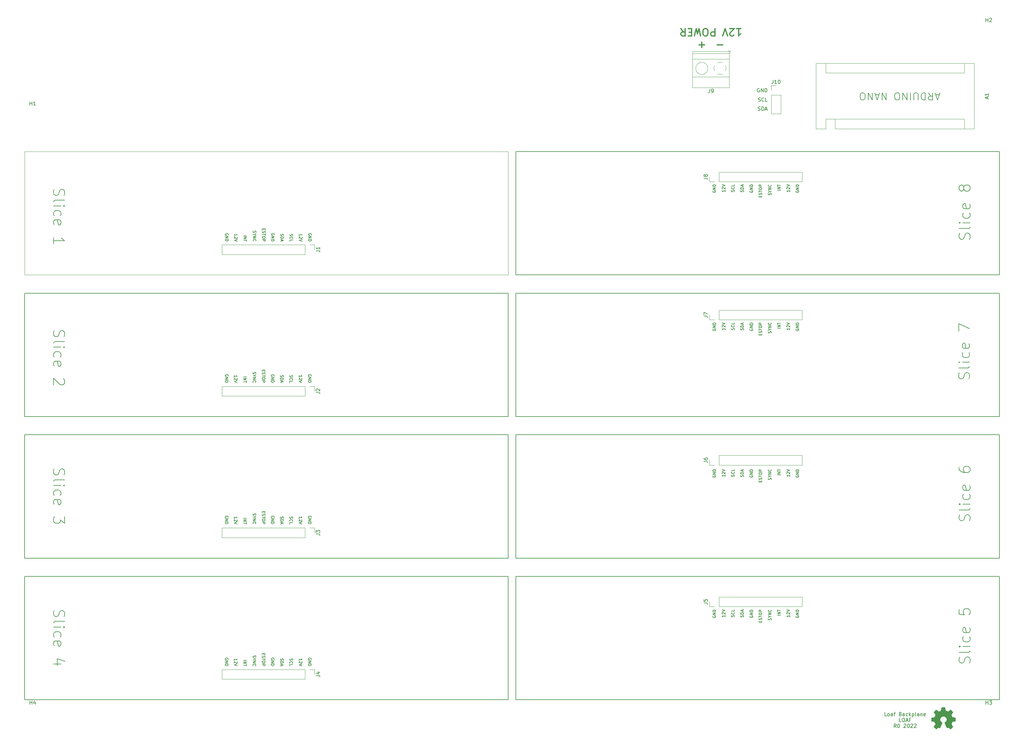
<source format=gbr>
%TF.GenerationSoftware,KiCad,Pcbnew,(6.0.4)*%
%TF.CreationDate,2023-07-24T14:01:23-04:00*%
%TF.ProjectId,BREAD_Loaf,42524541-445f-44c6-9f61-662e6b696361,rev?*%
%TF.SameCoordinates,PX2faf080PYee6b280*%
%TF.FileFunction,Legend,Top*%
%TF.FilePolarity,Positive*%
%FSLAX46Y46*%
G04 Gerber Fmt 4.6, Leading zero omitted, Abs format (unit mm)*
G04 Created by KiCad (PCBNEW (6.0.4)) date 2023-07-24 14:01:23*
%MOMM*%
%LPD*%
G01*
G04 APERTURE LIST*
%ADD10C,0.150000*%
%ADD11C,0.100000*%
%ADD12C,0.300000*%
%ADD13C,0.120000*%
%ADD14C,0.010000*%
G04 APERTURE END LIST*
D10*
X82650000Y138609524D02*
X82688095Y138685715D01*
X82688095Y138800000D01*
X82650000Y138914286D01*
X82573809Y138990477D01*
X82497619Y139028572D01*
X82345238Y139066667D01*
X82230952Y139066667D01*
X82078571Y139028572D01*
X82002380Y138990477D01*
X81926190Y138914286D01*
X81888095Y138800000D01*
X81888095Y138723810D01*
X81926190Y138609524D01*
X81964285Y138571429D01*
X82230952Y138571429D01*
X82230952Y138723810D01*
X81888095Y138228572D02*
X82688095Y138228572D01*
X81888095Y137771429D01*
X82688095Y137771429D01*
X81888095Y137390477D02*
X82688095Y137390477D01*
X82688095Y137200000D01*
X82650000Y137085715D01*
X82573809Y137009524D01*
X82497619Y136971429D01*
X82345238Y136933334D01*
X82230952Y136933334D01*
X82078571Y136971429D01*
X82002380Y137009524D01*
X81926190Y137085715D01*
X81888095Y137200000D01*
X81888095Y137390477D01*
X138934843Y49600000D02*
X271934843Y49600000D01*
X271934843Y49600000D02*
X271934843Y83600000D01*
X271934843Y83600000D02*
X138934843Y83600000D01*
X138934843Y83600000D02*
X138934843Y49600000D01*
X138934843Y88600000D02*
X271934843Y88600000D01*
X271934843Y88600000D02*
X271934843Y122600000D01*
X271934843Y122600000D02*
X138934843Y122600000D01*
X138934843Y122600000D02*
X138934843Y88600000D01*
X136800000Y122600000D02*
X3800000Y122600000D01*
X3800000Y122600000D02*
X3800000Y88600000D01*
X3800000Y88600000D02*
X136800000Y88600000D01*
X136800000Y88600000D02*
X136800000Y122600000D01*
D11*
X3800000Y161600000D02*
X136800000Y161600000D01*
D10*
X136800000Y44600000D02*
X3800000Y44600000D01*
X3800000Y44600000D02*
X3800000Y10600000D01*
X3800000Y10600000D02*
X136800000Y10600000D01*
X136800000Y10600000D02*
X136800000Y44600000D01*
D11*
X136800000Y127600000D02*
X136800000Y161600000D01*
D10*
X138934843Y10600000D02*
X271934843Y10600000D01*
X271934843Y10600000D02*
X271934843Y44600000D01*
X271934843Y44600000D02*
X138934843Y44600000D01*
X138934843Y44600000D02*
X138934843Y10600000D01*
X138934843Y127600000D02*
X271934843Y127600000D01*
X271934843Y127600000D02*
X271934843Y161600000D01*
X271934843Y161600000D02*
X138934843Y161600000D01*
X138934843Y161600000D02*
X138934843Y127600000D01*
D11*
X3800000Y127600000D02*
X136800000Y127600000D01*
D10*
X136800000Y83600000D02*
X3800000Y83600000D01*
X3800000Y83600000D02*
X3800000Y49600000D01*
X3800000Y49600000D02*
X136800000Y49600000D01*
X136800000Y49600000D02*
X136800000Y83600000D01*
D11*
X3800000Y161600000D02*
X3800000Y127600000D01*
D10*
X215994843Y112720477D02*
X215956747Y112644286D01*
X215956747Y112530000D01*
X215994843Y112415715D01*
X216071033Y112339524D01*
X216147223Y112301429D01*
X216299604Y112263334D01*
X216413890Y112263334D01*
X216566271Y112301429D01*
X216642462Y112339524D01*
X216718652Y112415715D01*
X216756747Y112530000D01*
X216756747Y112606191D01*
X216718652Y112720477D01*
X216680557Y112758572D01*
X216413890Y112758572D01*
X216413890Y112606191D01*
X216756747Y113101429D02*
X215956747Y113101429D01*
X216756747Y113558572D01*
X215956747Y113558572D01*
X216756747Y113939524D02*
X215956747Y113939524D01*
X215956747Y114130000D01*
X215994843Y114244286D01*
X216071033Y114320477D01*
X216147223Y114358572D01*
X216299604Y114396667D01*
X216413890Y114396667D01*
X216566271Y114358572D01*
X216642462Y114320477D01*
X216718652Y114244286D01*
X216756747Y114130000D01*
X216756747Y113939524D01*
X11920557Y112300000D02*
X11777700Y111871429D01*
X11777700Y111157143D01*
X11920557Y110871429D01*
X12063414Y110728572D01*
X12349128Y110585715D01*
X12634843Y110585715D01*
X12920557Y110728572D01*
X13063414Y110871429D01*
X13206271Y111157143D01*
X13349128Y111728572D01*
X13491985Y112014286D01*
X13634843Y112157143D01*
X13920557Y112300000D01*
X14206271Y112300000D01*
X14491985Y112157143D01*
X14634843Y112014286D01*
X14777700Y111728572D01*
X14777700Y111014286D01*
X14634843Y110585715D01*
X11777700Y108871429D02*
X11920557Y109157143D01*
X12206271Y109300000D01*
X14777700Y109300000D01*
X11777700Y107728572D02*
X13777700Y107728572D01*
X14777700Y107728572D02*
X14634843Y107871429D01*
X14491985Y107728572D01*
X14634843Y107585715D01*
X14777700Y107728572D01*
X14491985Y107728572D01*
X11920557Y105014286D02*
X11777700Y105300000D01*
X11777700Y105871429D01*
X11920557Y106157143D01*
X12063414Y106300000D01*
X12349128Y106442858D01*
X13206271Y106442858D01*
X13491985Y106300000D01*
X13634843Y106157143D01*
X13777700Y105871429D01*
X13777700Y105300000D01*
X13634843Y105014286D01*
X11920557Y102585715D02*
X11777700Y102871429D01*
X11777700Y103442858D01*
X11920557Y103728572D01*
X12206271Y103871429D01*
X13349128Y103871429D01*
X13634843Y103728572D01*
X13777700Y103442858D01*
X13777700Y102871429D01*
X13634843Y102585715D01*
X13349128Y102442858D01*
X13063414Y102442858D01*
X12777700Y103871429D01*
X14491985Y99014286D02*
X14634843Y98871429D01*
X14777700Y98585715D01*
X14777700Y97871429D01*
X14634843Y97585715D01*
X14491985Y97442858D01*
X14206271Y97300000D01*
X13920557Y97300000D01*
X13491985Y97442858D01*
X11777700Y99157143D01*
X11777700Y97300000D01*
X214256747Y72549048D02*
X214256747Y72091906D01*
X214256747Y72320477D02*
X213456747Y72320477D01*
X213571033Y72244286D01*
X213647223Y72168096D01*
X213685319Y72091906D01*
X213532938Y72853810D02*
X213494843Y72891906D01*
X213456747Y72968096D01*
X213456747Y73158572D01*
X213494843Y73234763D01*
X213532938Y73272858D01*
X213609128Y73310953D01*
X213685319Y73310953D01*
X213799604Y73272858D01*
X214256747Y72815715D01*
X214256747Y73310953D01*
X213456747Y73539525D02*
X214256747Y73806191D01*
X213456747Y74072858D01*
X64022938Y99519048D02*
X64822938Y99519048D01*
X64022938Y99138096D02*
X64822938Y99138096D01*
X64022938Y98680953D01*
X64822938Y98680953D01*
X64822938Y98414286D02*
X64822938Y97957143D01*
X64022938Y98185715D02*
X64822938Y98185715D01*
X61472938Y21430953D02*
X61472938Y21888095D01*
X61472938Y21659524D02*
X62272938Y21659524D01*
X62158652Y21735714D01*
X62082462Y21811905D01*
X62044366Y21888095D01*
X62196747Y21126191D02*
X62234843Y21088095D01*
X62272938Y21011905D01*
X62272938Y20821429D01*
X62234843Y20745238D01*
X62196747Y20707143D01*
X62120557Y20669048D01*
X62044366Y20669048D01*
X61930081Y20707143D01*
X61472938Y21164286D01*
X61472938Y20669048D01*
X62272938Y20440476D02*
X61472938Y20173810D01*
X62272938Y19907143D01*
X79272938Y21430953D02*
X79272938Y21888095D01*
X79272938Y21659524D02*
X80072938Y21659524D01*
X79958652Y21735714D01*
X79882462Y21811905D01*
X79844366Y21888095D01*
X79996747Y21126191D02*
X80034843Y21088095D01*
X80072938Y21011905D01*
X80072938Y20821429D01*
X80034843Y20745238D01*
X79996747Y20707143D01*
X79920557Y20669048D01*
X79844366Y20669048D01*
X79730081Y20707143D01*
X79272938Y21164286D01*
X79272938Y20669048D01*
X80072938Y20440476D02*
X79272938Y20173810D01*
X80072938Y19907143D01*
X211706747Y33860953D02*
X210906747Y33860953D01*
X211706747Y34241905D02*
X210906747Y34241905D01*
X211706747Y34699048D01*
X210906747Y34699048D01*
X210906747Y34965715D02*
X210906747Y35422858D01*
X211706747Y35194286D02*
X210906747Y35194286D01*
X72434843Y138609524D02*
X72472938Y138685715D01*
X72472938Y138800000D01*
X72434843Y138914286D01*
X72358652Y138990477D01*
X72282462Y139028572D01*
X72130081Y139066667D01*
X72015795Y139066667D01*
X71863414Y139028572D01*
X71787223Y138990477D01*
X71711033Y138914286D01*
X71672938Y138800000D01*
X71672938Y138723810D01*
X71711033Y138609524D01*
X71749128Y138571429D01*
X72015795Y138571429D01*
X72015795Y138723810D01*
X71672938Y138228572D02*
X72472938Y138228572D01*
X71672938Y137771429D01*
X72472938Y137771429D01*
X71672938Y137390477D02*
X72472938Y137390477D01*
X72472938Y137200000D01*
X72434843Y137085715D01*
X72358652Y137009524D01*
X72282462Y136971429D01*
X72130081Y136933334D01*
X72015795Y136933334D01*
X71863414Y136971429D01*
X71787223Y137009524D01*
X71711033Y137085715D01*
X71672938Y137200000D01*
X71672938Y137390477D01*
X214256747Y150999048D02*
X214256747Y150541906D01*
X214256747Y150770477D02*
X213456747Y150770477D01*
X213571033Y150694286D01*
X213647223Y150618096D01*
X213685319Y150541906D01*
X213532938Y151303810D02*
X213494843Y151341906D01*
X213456747Y151418096D01*
X213456747Y151608572D01*
X213494843Y151684763D01*
X213532938Y151722858D01*
X213609128Y151760953D01*
X213685319Y151760953D01*
X213799604Y151722858D01*
X214256747Y151265715D01*
X214256747Y151760953D01*
X213456747Y151989525D02*
X214256747Y152256191D01*
X213456747Y152522858D01*
X196456747Y112949048D02*
X196456747Y112491906D01*
X196456747Y112720477D02*
X195656747Y112720477D01*
X195771033Y112644286D01*
X195847223Y112568096D01*
X195885319Y112491906D01*
X195732938Y113253810D02*
X195694843Y113291906D01*
X195656747Y113368096D01*
X195656747Y113558572D01*
X195694843Y113634763D01*
X195732938Y113672858D01*
X195809128Y113710953D01*
X195885319Y113710953D01*
X195999604Y113672858D01*
X196456747Y113215715D01*
X196456747Y113710953D01*
X195656747Y113939525D02*
X196456747Y114206191D01*
X195656747Y114472858D01*
X66611033Y100814286D02*
X66572938Y100700000D01*
X66572938Y100509524D01*
X66611033Y100433333D01*
X66649128Y100395238D01*
X66725319Y100357143D01*
X66801509Y100357143D01*
X66877700Y100395238D01*
X66915795Y100433333D01*
X66953890Y100509524D01*
X66991985Y100661905D01*
X67030081Y100738095D01*
X67068176Y100776190D01*
X67144366Y100814286D01*
X67220557Y100814286D01*
X67296747Y100776190D01*
X67334843Y100738095D01*
X67372938Y100661905D01*
X67372938Y100471429D01*
X67334843Y100357143D01*
X66953890Y99861905D02*
X66572938Y99861905D01*
X67372938Y100128571D02*
X66953890Y99861905D01*
X67372938Y99595238D01*
X66572938Y99328571D02*
X67372938Y99328571D01*
X66572938Y98871429D01*
X67372938Y98871429D01*
X66649128Y98033333D02*
X66611033Y98071429D01*
X66572938Y98185714D01*
X66572938Y98261905D01*
X66611033Y98376190D01*
X66687223Y98452381D01*
X66763414Y98490476D01*
X66915795Y98528571D01*
X67030081Y98528571D01*
X67182462Y98490476D01*
X67258652Y98452381D01*
X67334843Y98376190D01*
X67372938Y98261905D01*
X67372938Y98185714D01*
X67334843Y98071429D01*
X67296747Y98033333D01*
X201518652Y33403810D02*
X201556747Y33518096D01*
X201556747Y33708572D01*
X201518652Y33784762D01*
X201480557Y33822858D01*
X201404366Y33860953D01*
X201328176Y33860953D01*
X201251985Y33822858D01*
X201213890Y33784762D01*
X201175795Y33708572D01*
X201137700Y33556191D01*
X201099604Y33480000D01*
X201061509Y33441905D01*
X200985319Y33403810D01*
X200909128Y33403810D01*
X200832938Y33441905D01*
X200794843Y33480000D01*
X200756747Y33556191D01*
X200756747Y33746667D01*
X200794843Y33860953D01*
X201556747Y34203810D02*
X200756747Y34203810D01*
X200756747Y34394286D01*
X200794843Y34508572D01*
X200871033Y34584762D01*
X200947223Y34622858D01*
X201099604Y34660953D01*
X201213890Y34660953D01*
X201366271Y34622858D01*
X201442462Y34584762D01*
X201518652Y34508572D01*
X201556747Y34394286D01*
X201556747Y34203810D01*
X201328176Y34965715D02*
X201328176Y35346667D01*
X201556747Y34889524D02*
X200756747Y35156191D01*
X201556747Y35422858D01*
X211706747Y112910953D02*
X210906747Y112910953D01*
X211706747Y113291905D02*
X210906747Y113291905D01*
X211706747Y113749048D01*
X210906747Y113749048D01*
X210906747Y114015715D02*
X210906747Y114472858D01*
X211706747Y114244286D02*
X210906747Y114244286D01*
X263714285Y59900000D02*
X263857142Y60328572D01*
X263857142Y61042858D01*
X263714285Y61328572D01*
X263571428Y61471429D01*
X263285714Y61614286D01*
X263000000Y61614286D01*
X262714285Y61471429D01*
X262571428Y61328572D01*
X262428571Y61042858D01*
X262285714Y60471429D01*
X262142857Y60185715D01*
X262000000Y60042858D01*
X261714285Y59900000D01*
X261428571Y59900000D01*
X261142857Y60042858D01*
X261000000Y60185715D01*
X260857142Y60471429D01*
X260857142Y61185715D01*
X261000000Y61614286D01*
X263857142Y63328572D02*
X263714285Y63042858D01*
X263428571Y62900000D01*
X260857142Y62900000D01*
X263857142Y64471429D02*
X261857142Y64471429D01*
X260857142Y64471429D02*
X261000000Y64328572D01*
X261142857Y64471429D01*
X261000000Y64614286D01*
X260857142Y64471429D01*
X261142857Y64471429D01*
X263714285Y67185715D02*
X263857142Y66900000D01*
X263857142Y66328572D01*
X263714285Y66042858D01*
X263571428Y65900000D01*
X263285714Y65757143D01*
X262428571Y65757143D01*
X262142857Y65900000D01*
X262000000Y66042858D01*
X261857142Y66328572D01*
X261857142Y66900000D01*
X262000000Y67185715D01*
X263714285Y69614286D02*
X263857142Y69328572D01*
X263857142Y68757143D01*
X263714285Y68471429D01*
X263428571Y68328572D01*
X262285714Y68328572D01*
X262000000Y68471429D01*
X261857142Y68757143D01*
X261857142Y69328572D01*
X262000000Y69614286D01*
X262285714Y69757143D01*
X262571428Y69757143D01*
X262857142Y68328572D01*
X260857142Y74614286D02*
X260857142Y74042858D01*
X261000000Y73757143D01*
X261142857Y73614286D01*
X261571428Y73328572D01*
X262142857Y73185715D01*
X263285714Y73185715D01*
X263571428Y73328572D01*
X263714285Y73471429D01*
X263857142Y73757143D01*
X263857142Y74328572D01*
X263714285Y74614286D01*
X263571428Y74757143D01*
X263285714Y74900000D01*
X262571428Y74900000D01*
X262285714Y74757143D01*
X262142857Y74614286D01*
X262000000Y74328572D01*
X262000000Y73757143D01*
X262142857Y73471429D01*
X262285714Y73328572D01*
X262571428Y73185715D01*
X64022938Y21469048D02*
X64822938Y21469048D01*
X64022938Y21088096D02*
X64822938Y21088096D01*
X64022938Y20630953D01*
X64822938Y20630953D01*
X64822938Y20364286D02*
X64822938Y19907143D01*
X64022938Y20135715D02*
X64822938Y20135715D01*
X198968652Y112491906D02*
X199006747Y112606191D01*
X199006747Y112796667D01*
X198968652Y112872858D01*
X198930557Y112910953D01*
X198854366Y112949048D01*
X198778176Y112949048D01*
X198701985Y112910953D01*
X198663890Y112872858D01*
X198625795Y112796667D01*
X198587700Y112644286D01*
X198549604Y112568096D01*
X198511509Y112530001D01*
X198435319Y112491906D01*
X198359128Y112491906D01*
X198282938Y112530001D01*
X198244843Y112568096D01*
X198206747Y112644286D01*
X198206747Y112834763D01*
X198244843Y112949048D01*
X198930557Y113749048D02*
X198968652Y113710953D01*
X199006747Y113596667D01*
X199006747Y113520477D01*
X198968652Y113406191D01*
X198892462Y113330001D01*
X198816271Y113291906D01*
X198663890Y113253810D01*
X198549604Y113253810D01*
X198397223Y113291906D01*
X198321033Y113330001D01*
X198244843Y113406191D01*
X198206747Y113520477D01*
X198206747Y113596667D01*
X198244843Y113710953D01*
X198282938Y113749048D01*
X199006747Y114472858D02*
X199006747Y114091906D01*
X198206747Y114091906D01*
X59734843Y99709524D02*
X59772938Y99785715D01*
X59772938Y99900000D01*
X59734843Y100014286D01*
X59658652Y100090477D01*
X59582462Y100128572D01*
X59430081Y100166667D01*
X59315795Y100166667D01*
X59163414Y100128572D01*
X59087223Y100090477D01*
X59011033Y100014286D01*
X58972938Y99900000D01*
X58972938Y99823810D01*
X59011033Y99709524D01*
X59049128Y99671429D01*
X59315795Y99671429D01*
X59315795Y99823810D01*
X58972938Y99328572D02*
X59772938Y99328572D01*
X58972938Y98871429D01*
X59772938Y98871429D01*
X58972938Y98490477D02*
X59772938Y98490477D01*
X59772938Y98300000D01*
X59734843Y98185715D01*
X59658652Y98109524D01*
X59582462Y98071429D01*
X59430081Y98033334D01*
X59315795Y98033334D01*
X59163414Y98071429D01*
X59087223Y98109524D01*
X59011033Y98185715D01*
X58972938Y98300000D01*
X58972938Y98490477D01*
X82584843Y21659524D02*
X82622938Y21735715D01*
X82622938Y21850000D01*
X82584843Y21964286D01*
X82508652Y22040477D01*
X82432462Y22078572D01*
X82280081Y22116667D01*
X82165795Y22116667D01*
X82013414Y22078572D01*
X81937223Y22040477D01*
X81861033Y21964286D01*
X81822938Y21850000D01*
X81822938Y21773810D01*
X81861033Y21659524D01*
X81899128Y21621429D01*
X82165795Y21621429D01*
X82165795Y21773810D01*
X81822938Y21278572D02*
X82622938Y21278572D01*
X81822938Y20821429D01*
X82622938Y20821429D01*
X81822938Y20440477D02*
X82622938Y20440477D01*
X82622938Y20250000D01*
X82584843Y20135715D01*
X82508652Y20059524D01*
X82432462Y20021429D01*
X82280081Y19983334D01*
X82165795Y19983334D01*
X82013414Y20021429D01*
X81937223Y20059524D01*
X81861033Y20135715D01*
X81822938Y20250000D01*
X81822938Y20440477D01*
X59734843Y60759524D02*
X59772938Y60835715D01*
X59772938Y60950000D01*
X59734843Y61064286D01*
X59658652Y61140477D01*
X59582462Y61178572D01*
X59430081Y61216667D01*
X59315795Y61216667D01*
X59163414Y61178572D01*
X59087223Y61140477D01*
X59011033Y61064286D01*
X58972938Y60950000D01*
X58972938Y60873810D01*
X59011033Y60759524D01*
X59049128Y60721429D01*
X59315795Y60721429D01*
X59315795Y60873810D01*
X58972938Y60378572D02*
X59772938Y60378572D01*
X58972938Y59921429D01*
X59772938Y59921429D01*
X58972938Y59540477D02*
X59772938Y59540477D01*
X59772938Y59350000D01*
X59734843Y59235715D01*
X59658652Y59159524D01*
X59582462Y59121429D01*
X59430081Y59083334D01*
X59315795Y59083334D01*
X59163414Y59121429D01*
X59087223Y59159524D01*
X59011033Y59235715D01*
X58972938Y59350000D01*
X58972938Y59540477D01*
X82584843Y60759524D02*
X82622938Y60835715D01*
X82622938Y60950000D01*
X82584843Y61064286D01*
X82508652Y61140477D01*
X82432462Y61178572D01*
X82280081Y61216667D01*
X82165795Y61216667D01*
X82013414Y61178572D01*
X81937223Y61140477D01*
X81861033Y61064286D01*
X81822938Y60950000D01*
X81822938Y60873810D01*
X81861033Y60759524D01*
X81899128Y60721429D01*
X82165795Y60721429D01*
X82165795Y60873810D01*
X81822938Y60378572D02*
X82622938Y60378572D01*
X81822938Y59921429D01*
X82622938Y59921429D01*
X81822938Y59540477D02*
X82622938Y59540477D01*
X82622938Y59350000D01*
X82584843Y59235715D01*
X82508652Y59159524D01*
X82432462Y59121429D01*
X82280081Y59083334D01*
X82165795Y59083334D01*
X82013414Y59121429D01*
X81937223Y59159524D01*
X81861033Y59235715D01*
X81822938Y59350000D01*
X81822938Y59540477D01*
X79272938Y99480953D02*
X79272938Y99938095D01*
X79272938Y99709524D02*
X80072938Y99709524D01*
X79958652Y99785714D01*
X79882462Y99861905D01*
X79844366Y99938095D01*
X79996747Y99176191D02*
X80034843Y99138095D01*
X80072938Y99061905D01*
X80072938Y98871429D01*
X80034843Y98795238D01*
X79996747Y98757143D01*
X79920557Y98719048D01*
X79844366Y98719048D01*
X79730081Y98757143D01*
X79272938Y99214286D01*
X79272938Y98719048D01*
X80072938Y98490476D02*
X79272938Y98223810D01*
X80072938Y97957143D01*
D12*
X194288095Y191007143D02*
X195811904Y191007143D01*
D10*
X215994843Y72320477D02*
X215956747Y72244286D01*
X215956747Y72130000D01*
X215994843Y72015715D01*
X216071033Y71939524D01*
X216147223Y71901429D01*
X216299604Y71863334D01*
X216413890Y71863334D01*
X216566271Y71901429D01*
X216642462Y71939524D01*
X216718652Y72015715D01*
X216756747Y72130000D01*
X216756747Y72206191D01*
X216718652Y72320477D01*
X216680557Y72358572D01*
X216413890Y72358572D01*
X216413890Y72206191D01*
X216756747Y72701429D02*
X215956747Y72701429D01*
X216756747Y73158572D01*
X215956747Y73158572D01*
X216756747Y73539524D02*
X215956747Y73539524D01*
X215956747Y73730000D01*
X215994843Y73844286D01*
X216071033Y73920477D01*
X216147223Y73958572D01*
X216299604Y73996667D01*
X216413890Y73996667D01*
X216566271Y73958572D01*
X216642462Y73920477D01*
X216718652Y73844286D01*
X216756747Y73730000D01*
X216756747Y73539524D01*
X201518652Y72053810D02*
X201556747Y72168096D01*
X201556747Y72358572D01*
X201518652Y72434762D01*
X201480557Y72472858D01*
X201404366Y72510953D01*
X201328176Y72510953D01*
X201251985Y72472858D01*
X201213890Y72434762D01*
X201175795Y72358572D01*
X201137700Y72206191D01*
X201099604Y72130000D01*
X201061509Y72091905D01*
X200985319Y72053810D01*
X200909128Y72053810D01*
X200832938Y72091905D01*
X200794843Y72130000D01*
X200756747Y72206191D01*
X200756747Y72396667D01*
X200794843Y72510953D01*
X201556747Y72853810D02*
X200756747Y72853810D01*
X200756747Y73044286D01*
X200794843Y73158572D01*
X200871033Y73234762D01*
X200947223Y73272858D01*
X201099604Y73310953D01*
X201213890Y73310953D01*
X201366271Y73272858D01*
X201442462Y73234762D01*
X201518652Y73158572D01*
X201556747Y73044286D01*
X201556747Y72853810D01*
X201328176Y73615715D02*
X201328176Y73996667D01*
X201556747Y73539524D02*
X200756747Y73806191D01*
X201556747Y74072858D01*
X196456747Y150999048D02*
X196456747Y150541906D01*
X196456747Y150770477D02*
X195656747Y150770477D01*
X195771033Y150694286D01*
X195847223Y150618096D01*
X195885319Y150541906D01*
X195732938Y151303810D02*
X195694843Y151341906D01*
X195656747Y151418096D01*
X195656747Y151608572D01*
X195694843Y151684763D01*
X195732938Y151722858D01*
X195809128Y151760953D01*
X195885319Y151760953D01*
X195999604Y151722858D01*
X196456747Y151265715D01*
X196456747Y151760953D01*
X195656747Y151989525D02*
X196456747Y152256191D01*
X195656747Y152522858D01*
X69541985Y23373810D02*
X69541985Y23107143D01*
X69122938Y22992858D02*
X69122938Y23373810D01*
X69922938Y23373810D01*
X69922938Y22992858D01*
X69161033Y22688096D02*
X69122938Y22573810D01*
X69122938Y22383334D01*
X69161033Y22307143D01*
X69199128Y22269048D01*
X69275319Y22230953D01*
X69351509Y22230953D01*
X69427700Y22269048D01*
X69465795Y22307143D01*
X69503890Y22383334D01*
X69541985Y22535715D01*
X69580081Y22611905D01*
X69618176Y22650000D01*
X69694366Y22688096D01*
X69770557Y22688096D01*
X69846747Y22650000D01*
X69884843Y22611905D01*
X69922938Y22535715D01*
X69922938Y22345239D01*
X69884843Y22230953D01*
X69922938Y22002381D02*
X69922938Y21545239D01*
X69122938Y21773810D02*
X69922938Y21773810D01*
X69922938Y21126191D02*
X69922938Y20973810D01*
X69884843Y20897619D01*
X69808652Y20821429D01*
X69656271Y20783334D01*
X69389604Y20783334D01*
X69237223Y20821429D01*
X69161033Y20897619D01*
X69122938Y20973810D01*
X69122938Y21126191D01*
X69161033Y21202381D01*
X69237223Y21278572D01*
X69389604Y21316667D01*
X69656271Y21316667D01*
X69808652Y21278572D01*
X69884843Y21202381D01*
X69922938Y21126191D01*
X69122938Y20440477D02*
X69922938Y20440477D01*
X69922938Y20135715D01*
X69884843Y20059524D01*
X69846747Y20021429D01*
X69770557Y19983334D01*
X69656271Y19983334D01*
X69580081Y20021429D01*
X69541985Y20059524D01*
X69503890Y20135715D01*
X69503890Y20440477D01*
X64072938Y138419048D02*
X64872938Y138419048D01*
X64072938Y138038096D02*
X64872938Y138038096D01*
X64072938Y137580953D01*
X64872938Y137580953D01*
X64872938Y137314286D02*
X64872938Y136857143D01*
X64072938Y137085715D02*
X64872938Y137085715D01*
X74211033Y99976191D02*
X74172938Y99861905D01*
X74172938Y99671429D01*
X74211033Y99595239D01*
X74249128Y99557143D01*
X74325319Y99519048D01*
X74401509Y99519048D01*
X74477700Y99557143D01*
X74515795Y99595239D01*
X74553890Y99671429D01*
X74591985Y99823810D01*
X74630081Y99900001D01*
X74668176Y99938096D01*
X74744366Y99976191D01*
X74820557Y99976191D01*
X74896747Y99938096D01*
X74934843Y99900001D01*
X74972938Y99823810D01*
X74972938Y99633334D01*
X74934843Y99519048D01*
X74172938Y99176191D02*
X74972938Y99176191D01*
X74972938Y98985715D01*
X74934843Y98871429D01*
X74858652Y98795239D01*
X74782462Y98757143D01*
X74630081Y98719048D01*
X74515795Y98719048D01*
X74363414Y98757143D01*
X74287223Y98795239D01*
X74211033Y98871429D01*
X74172938Y98985715D01*
X74172938Y99176191D01*
X74401509Y98414286D02*
X74401509Y98033334D01*
X74172938Y98490477D02*
X74972938Y98223810D01*
X74172938Y97957143D01*
X211706747Y72510953D02*
X210906747Y72510953D01*
X211706747Y72891905D02*
X210906747Y72891905D01*
X211706747Y73349048D01*
X210906747Y73349048D01*
X210906747Y73615715D02*
X210906747Y74072858D01*
X211706747Y73844286D02*
X210906747Y73844286D01*
X11920557Y74200000D02*
X11777700Y73771429D01*
X11777700Y73057143D01*
X11920557Y72771429D01*
X12063414Y72628572D01*
X12349128Y72485715D01*
X12634843Y72485715D01*
X12920557Y72628572D01*
X13063414Y72771429D01*
X13206271Y73057143D01*
X13349128Y73628572D01*
X13491985Y73914286D01*
X13634843Y74057143D01*
X13920557Y74200000D01*
X14206271Y74200000D01*
X14491985Y74057143D01*
X14634843Y73914286D01*
X14777700Y73628572D01*
X14777700Y72914286D01*
X14634843Y72485715D01*
X11777700Y70771429D02*
X11920557Y71057143D01*
X12206271Y71200000D01*
X14777700Y71200000D01*
X11777700Y69628572D02*
X13777700Y69628572D01*
X14777700Y69628572D02*
X14634843Y69771429D01*
X14491985Y69628572D01*
X14634843Y69485715D01*
X14777700Y69628572D01*
X14491985Y69628572D01*
X11920557Y66914286D02*
X11777700Y67200000D01*
X11777700Y67771429D01*
X11920557Y68057143D01*
X12063414Y68200000D01*
X12349128Y68342858D01*
X13206271Y68342858D01*
X13491985Y68200000D01*
X13634843Y68057143D01*
X13777700Y67771429D01*
X13777700Y67200000D01*
X13634843Y66914286D01*
X11920557Y64485715D02*
X11777700Y64771429D01*
X11777700Y65342858D01*
X11920557Y65628572D01*
X12206271Y65771429D01*
X13349128Y65771429D01*
X13634843Y65628572D01*
X13777700Y65342858D01*
X13777700Y64771429D01*
X13634843Y64485715D01*
X13349128Y64342858D01*
X13063414Y64342858D01*
X12777700Y65771429D01*
X14777700Y61057143D02*
X14777700Y59200000D01*
X13634843Y60200000D01*
X13634843Y59771429D01*
X13491985Y59485715D01*
X13349128Y59342858D01*
X13063414Y59200000D01*
X12349128Y59200000D01*
X12063414Y59342858D01*
X11920557Y59485715D01*
X11777700Y59771429D01*
X11777700Y60628572D01*
X11920557Y60914286D01*
X12063414Y61057143D01*
D12*
X189288095Y191007143D02*
X190811904Y191007143D01*
X190050000Y190245239D02*
X190050000Y191769048D01*
D10*
X198968652Y150541906D02*
X199006747Y150656191D01*
X199006747Y150846667D01*
X198968652Y150922858D01*
X198930557Y150960953D01*
X198854366Y150999048D01*
X198778176Y150999048D01*
X198701985Y150960953D01*
X198663890Y150922858D01*
X198625795Y150846667D01*
X198587700Y150694286D01*
X198549604Y150618096D01*
X198511509Y150580001D01*
X198435319Y150541906D01*
X198359128Y150541906D01*
X198282938Y150580001D01*
X198244843Y150618096D01*
X198206747Y150694286D01*
X198206747Y150884763D01*
X198244843Y150999048D01*
X198930557Y151799048D02*
X198968652Y151760953D01*
X199006747Y151646667D01*
X199006747Y151570477D01*
X198968652Y151456191D01*
X198892462Y151380001D01*
X198816271Y151341906D01*
X198663890Y151303810D01*
X198549604Y151303810D01*
X198397223Y151341906D01*
X198321033Y151380001D01*
X198244843Y151456191D01*
X198206747Y151570477D01*
X198206747Y151646667D01*
X198244843Y151760953D01*
X198282938Y151799048D01*
X199006747Y152522858D02*
X199006747Y152141906D01*
X198206747Y152141906D01*
X76761033Y99938095D02*
X76722938Y99823810D01*
X76722938Y99633334D01*
X76761033Y99557143D01*
X76799128Y99519048D01*
X76875319Y99480953D01*
X76951509Y99480953D01*
X77027700Y99519048D01*
X77065795Y99557143D01*
X77103890Y99633334D01*
X77141985Y99785714D01*
X77180081Y99861905D01*
X77218176Y99900000D01*
X77294366Y99938095D01*
X77370557Y99938095D01*
X77446747Y99900000D01*
X77484843Y99861905D01*
X77522938Y99785714D01*
X77522938Y99595238D01*
X77484843Y99480953D01*
X76799128Y98680953D02*
X76761033Y98719048D01*
X76722938Y98833334D01*
X76722938Y98909524D01*
X76761033Y99023810D01*
X76837223Y99100000D01*
X76913414Y99138095D01*
X77065795Y99176191D01*
X77180081Y99176191D01*
X77332462Y99138095D01*
X77408652Y99100000D01*
X77484843Y99023810D01*
X77522938Y98909524D01*
X77522938Y98833334D01*
X77484843Y98719048D01*
X77446747Y98680953D01*
X76722938Y97957143D02*
X76722938Y98338095D01*
X77522938Y98338095D01*
X206187700Y111006191D02*
X206187700Y111272858D01*
X206606747Y111387143D02*
X206606747Y111006191D01*
X205806747Y111006191D01*
X205806747Y111387143D01*
X206568652Y111691905D02*
X206606747Y111806191D01*
X206606747Y111996667D01*
X206568652Y112072858D01*
X206530557Y112110953D01*
X206454366Y112149048D01*
X206378176Y112149048D01*
X206301985Y112110953D01*
X206263890Y112072858D01*
X206225795Y111996667D01*
X206187700Y111844286D01*
X206149604Y111768096D01*
X206111509Y111730001D01*
X206035319Y111691905D01*
X205959128Y111691905D01*
X205882938Y111730001D01*
X205844843Y111768096D01*
X205806747Y111844286D01*
X205806747Y112034762D01*
X205844843Y112149048D01*
X205806747Y112377620D02*
X205806747Y112834762D01*
X206606747Y112606191D02*
X205806747Y112606191D01*
X205806747Y113253810D02*
X205806747Y113406191D01*
X205844843Y113482381D01*
X205921033Y113558572D01*
X206073414Y113596667D01*
X206340081Y113596667D01*
X206492462Y113558572D01*
X206568652Y113482381D01*
X206606747Y113406191D01*
X206606747Y113253810D01*
X206568652Y113177620D01*
X206492462Y113101429D01*
X206340081Y113063334D01*
X206073414Y113063334D01*
X205921033Y113101429D01*
X205844843Y113177620D01*
X205806747Y113253810D01*
X206606747Y113939524D02*
X205806747Y113939524D01*
X205806747Y114244286D01*
X205844843Y114320477D01*
X205882938Y114358572D01*
X205959128Y114396667D01*
X206073414Y114396667D01*
X206149604Y114358572D01*
X206187700Y114320477D01*
X206225795Y114244286D01*
X206225795Y113939524D01*
X206187700Y149056191D02*
X206187700Y149322858D01*
X206606747Y149437143D02*
X206606747Y149056191D01*
X205806747Y149056191D01*
X205806747Y149437143D01*
X206568652Y149741905D02*
X206606747Y149856191D01*
X206606747Y150046667D01*
X206568652Y150122858D01*
X206530557Y150160953D01*
X206454366Y150199048D01*
X206378176Y150199048D01*
X206301985Y150160953D01*
X206263890Y150122858D01*
X206225795Y150046667D01*
X206187700Y149894286D01*
X206149604Y149818096D01*
X206111509Y149780001D01*
X206035319Y149741905D01*
X205959128Y149741905D01*
X205882938Y149780001D01*
X205844843Y149818096D01*
X205806747Y149894286D01*
X205806747Y150084762D01*
X205844843Y150199048D01*
X205806747Y150427620D02*
X205806747Y150884762D01*
X206606747Y150656191D02*
X205806747Y150656191D01*
X205806747Y151303810D02*
X205806747Y151456191D01*
X205844843Y151532381D01*
X205921033Y151608572D01*
X206073414Y151646667D01*
X206340081Y151646667D01*
X206492462Y151608572D01*
X206568652Y151532381D01*
X206606747Y151456191D01*
X206606747Y151303810D01*
X206568652Y151227620D01*
X206492462Y151151429D01*
X206340081Y151113334D01*
X206073414Y151113334D01*
X205921033Y151151429D01*
X205844843Y151227620D01*
X205806747Y151303810D01*
X206606747Y151989524D02*
X205806747Y151989524D01*
X205806747Y152294286D01*
X205844843Y152370477D01*
X205882938Y152408572D01*
X205959128Y152446667D01*
X206073414Y152446667D01*
X206149604Y152408572D01*
X206187700Y152370477D01*
X206225795Y152294286D01*
X206225795Y151989524D01*
X203344843Y150770477D02*
X203306747Y150694286D01*
X203306747Y150580000D01*
X203344843Y150465715D01*
X203421033Y150389524D01*
X203497223Y150351429D01*
X203649604Y150313334D01*
X203763890Y150313334D01*
X203916271Y150351429D01*
X203992462Y150389524D01*
X204068652Y150465715D01*
X204106747Y150580000D01*
X204106747Y150656191D01*
X204068652Y150770477D01*
X204030557Y150808572D01*
X203763890Y150808572D01*
X203763890Y150656191D01*
X204106747Y151151429D02*
X203306747Y151151429D01*
X204106747Y151608572D01*
X203306747Y151608572D01*
X204106747Y151989524D02*
X203306747Y151989524D01*
X203306747Y152180000D01*
X203344843Y152294286D01*
X203421033Y152370477D01*
X203497223Y152408572D01*
X203649604Y152446667D01*
X203763890Y152446667D01*
X203916271Y152408572D01*
X203992462Y152370477D01*
X204068652Y152294286D01*
X204106747Y152180000D01*
X204106747Y151989524D01*
X205622380Y175455239D02*
X205765237Y175407620D01*
X206003333Y175407620D01*
X206098571Y175455239D01*
X206146190Y175502858D01*
X206193809Y175598096D01*
X206193809Y175693334D01*
X206146190Y175788572D01*
X206098571Y175836191D01*
X206003333Y175883810D01*
X205812857Y175931429D01*
X205717618Y175979048D01*
X205669999Y176026667D01*
X205622380Y176121905D01*
X205622380Y176217143D01*
X205669999Y176312381D01*
X205717618Y176360000D01*
X205812857Y176407620D01*
X206050952Y176407620D01*
X206193809Y176360000D01*
X207193809Y175502858D02*
X207146190Y175455239D01*
X207003333Y175407620D01*
X206908095Y175407620D01*
X206765237Y175455239D01*
X206669999Y175550477D01*
X206622380Y175645715D01*
X206574761Y175836191D01*
X206574761Y175979048D01*
X206622380Y176169524D01*
X206669999Y176264762D01*
X206765237Y176360000D01*
X206908095Y176407620D01*
X207003333Y176407620D01*
X207146190Y176360000D01*
X207193809Y176312381D01*
X208098571Y175407620D02*
X207622380Y175407620D01*
X207622380Y176407620D01*
X209118652Y111615715D02*
X209156747Y111730001D01*
X209156747Y111920477D01*
X209118652Y111996668D01*
X209080557Y112034763D01*
X209004366Y112072858D01*
X208928176Y112072858D01*
X208851985Y112034763D01*
X208813890Y111996668D01*
X208775795Y111920477D01*
X208737700Y111768096D01*
X208699604Y111691906D01*
X208661509Y111653811D01*
X208585319Y111615715D01*
X208509128Y111615715D01*
X208432938Y111653811D01*
X208394843Y111691906D01*
X208356747Y111768096D01*
X208356747Y111958572D01*
X208394843Y112072858D01*
X208775795Y112568096D02*
X209156747Y112568096D01*
X208356747Y112301430D02*
X208775795Y112568096D01*
X208356747Y112834763D01*
X209156747Y113101430D02*
X208356747Y113101430D01*
X209156747Y113558572D01*
X208356747Y113558572D01*
X209080557Y114396668D02*
X209118652Y114358572D01*
X209156747Y114244287D01*
X209156747Y114168096D01*
X209118652Y114053811D01*
X209042462Y113977620D01*
X208966271Y113939525D01*
X208813890Y113901430D01*
X208699604Y113901430D01*
X208547223Y113939525D01*
X208471033Y113977620D01*
X208394843Y114053811D01*
X208356747Y114168096D01*
X208356747Y114244287D01*
X208394843Y114358572D01*
X208432938Y114396668D01*
X205574762Y172965239D02*
X205717619Y172917620D01*
X205955714Y172917620D01*
X206050952Y172965239D01*
X206098571Y173012858D01*
X206146190Y173108096D01*
X206146190Y173203334D01*
X206098571Y173298572D01*
X206050952Y173346191D01*
X205955714Y173393810D01*
X205765238Y173441429D01*
X205670000Y173489048D01*
X205622381Y173536667D01*
X205574762Y173631905D01*
X205574762Y173727143D01*
X205622381Y173822381D01*
X205670000Y173870000D01*
X205765238Y173917620D01*
X206003333Y173917620D01*
X206146190Y173870000D01*
X206574762Y172917620D02*
X206574762Y173917620D01*
X206812857Y173917620D01*
X206955714Y173870000D01*
X207050952Y173774762D01*
X207098571Y173679524D01*
X207146190Y173489048D01*
X207146190Y173346191D01*
X207098571Y173155715D01*
X207050952Y173060477D01*
X206955714Y172965239D01*
X206812857Y172917620D01*
X206574762Y172917620D01*
X207527143Y173203334D02*
X208003333Y173203334D01*
X207431905Y172917620D02*
X207765238Y173917620D01*
X208098571Y172917620D01*
X66661033Y139714286D02*
X66622938Y139600000D01*
X66622938Y139409524D01*
X66661033Y139333333D01*
X66699128Y139295238D01*
X66775319Y139257143D01*
X66851509Y139257143D01*
X66927700Y139295238D01*
X66965795Y139333333D01*
X67003890Y139409524D01*
X67041985Y139561905D01*
X67080081Y139638095D01*
X67118176Y139676190D01*
X67194366Y139714286D01*
X67270557Y139714286D01*
X67346747Y139676190D01*
X67384843Y139638095D01*
X67422938Y139561905D01*
X67422938Y139371429D01*
X67384843Y139257143D01*
X67003890Y138761905D02*
X66622938Y138761905D01*
X67422938Y139028571D02*
X67003890Y138761905D01*
X67422938Y138495238D01*
X66622938Y138228571D02*
X67422938Y138228571D01*
X66622938Y137771429D01*
X67422938Y137771429D01*
X66699128Y136933333D02*
X66661033Y136971429D01*
X66622938Y137085714D01*
X66622938Y137161905D01*
X66661033Y137276190D01*
X66737223Y137352381D01*
X66813414Y137390476D01*
X66965795Y137428571D01*
X67080081Y137428571D01*
X67232462Y137390476D01*
X67308652Y137352381D01*
X67384843Y137276190D01*
X67422938Y137161905D01*
X67422938Y137085714D01*
X67384843Y136971429D01*
X67346747Y136933333D01*
D12*
X199662896Y195454762D02*
X200805753Y195454762D01*
X200234324Y195454762D02*
X200234324Y193454762D01*
X200424800Y193740477D01*
X200615277Y193930953D01*
X200805753Y194026191D01*
X198900991Y193645239D02*
X198805753Y193550000D01*
X198615277Y193454762D01*
X198139086Y193454762D01*
X197948610Y193550000D01*
X197853372Y193645239D01*
X197758134Y193835715D01*
X197758134Y194026191D01*
X197853372Y194311905D01*
X198996229Y195454762D01*
X197758134Y195454762D01*
X197186705Y193454762D02*
X196520038Y195454762D01*
X195853372Y193454762D01*
X193662896Y195454762D02*
X193662896Y193454762D01*
X192900991Y193454762D01*
X192710515Y193550000D01*
X192615277Y193645239D01*
X192520038Y193835715D01*
X192520038Y194121429D01*
X192615277Y194311905D01*
X192710515Y194407143D01*
X192900991Y194502381D01*
X193662896Y194502381D01*
X191281943Y193454762D02*
X190900991Y193454762D01*
X190710515Y193550000D01*
X190520038Y193740477D01*
X190424800Y194121429D01*
X190424800Y194788096D01*
X190520038Y195169048D01*
X190710515Y195359524D01*
X190900991Y195454762D01*
X191281943Y195454762D01*
X191472419Y195359524D01*
X191662896Y195169048D01*
X191758134Y194788096D01*
X191758134Y194121429D01*
X191662896Y193740477D01*
X191472419Y193550000D01*
X191281943Y193454762D01*
X189758134Y193454762D02*
X189281943Y195454762D01*
X188900991Y194026191D01*
X188520038Y195454762D01*
X188043848Y193454762D01*
X187281943Y194407143D02*
X186615277Y194407143D01*
X186329562Y195454762D02*
X187281943Y195454762D01*
X187281943Y193454762D01*
X186329562Y193454762D01*
X184329562Y195454762D02*
X184996229Y194502381D01*
X185472419Y195454762D02*
X185472419Y193454762D01*
X184710515Y193454762D01*
X184520038Y193550000D01*
X184424800Y193645239D01*
X184329562Y193835715D01*
X184329562Y194121429D01*
X184424800Y194311905D01*
X184520038Y194407143D01*
X184710515Y194502381D01*
X185472419Y194502381D01*
D10*
X196456747Y72549048D02*
X196456747Y72091906D01*
X196456747Y72320477D02*
X195656747Y72320477D01*
X195771033Y72244286D01*
X195847223Y72168096D01*
X195885319Y72091906D01*
X195732938Y72853810D02*
X195694843Y72891906D01*
X195656747Y72968096D01*
X195656747Y73158572D01*
X195694843Y73234763D01*
X195732938Y73272858D01*
X195809128Y73310953D01*
X195885319Y73310953D01*
X195999604Y73272858D01*
X196456747Y72815715D01*
X196456747Y73310953D01*
X195656747Y73539525D02*
X196456747Y73806191D01*
X195656747Y74072858D01*
X61522938Y138380953D02*
X61522938Y138838095D01*
X61522938Y138609524D02*
X62322938Y138609524D01*
X62208652Y138685714D01*
X62132462Y138761905D01*
X62094366Y138838095D01*
X62246747Y138076191D02*
X62284843Y138038095D01*
X62322938Y137961905D01*
X62322938Y137771429D01*
X62284843Y137695238D01*
X62246747Y137657143D01*
X62170557Y137619048D01*
X62094366Y137619048D01*
X61980081Y137657143D01*
X61522938Y138114286D01*
X61522938Y137619048D01*
X62322938Y137390476D02*
X61522938Y137123810D01*
X62322938Y136857143D01*
X64022938Y60569048D02*
X64822938Y60569048D01*
X64022938Y60188096D02*
X64822938Y60188096D01*
X64022938Y59730953D01*
X64822938Y59730953D01*
X64822938Y59464286D02*
X64822938Y59007143D01*
X64022938Y59235715D02*
X64822938Y59235715D01*
X66611033Y61864286D02*
X66572938Y61750000D01*
X66572938Y61559524D01*
X66611033Y61483333D01*
X66649128Y61445238D01*
X66725319Y61407143D01*
X66801509Y61407143D01*
X66877700Y61445238D01*
X66915795Y61483333D01*
X66953890Y61559524D01*
X66991985Y61711905D01*
X67030081Y61788095D01*
X67068176Y61826190D01*
X67144366Y61864286D01*
X67220557Y61864286D01*
X67296747Y61826190D01*
X67334843Y61788095D01*
X67372938Y61711905D01*
X67372938Y61521429D01*
X67334843Y61407143D01*
X66953890Y60911905D02*
X66572938Y60911905D01*
X67372938Y61178571D02*
X66953890Y60911905D01*
X67372938Y60645238D01*
X66572938Y60378571D02*
X67372938Y60378571D01*
X66572938Y59921429D01*
X67372938Y59921429D01*
X66649128Y59083333D02*
X66611033Y59121429D01*
X66572938Y59235714D01*
X66572938Y59311905D01*
X66611033Y59426190D01*
X66687223Y59502381D01*
X66763414Y59540476D01*
X66915795Y59578571D01*
X67030081Y59578571D01*
X67182462Y59540476D01*
X67258652Y59502381D01*
X67334843Y59426190D01*
X67372938Y59311905D01*
X67372938Y59235714D01*
X67334843Y59121429D01*
X67296747Y59083333D01*
X74211033Y61026191D02*
X74172938Y60911905D01*
X74172938Y60721429D01*
X74211033Y60645239D01*
X74249128Y60607143D01*
X74325319Y60569048D01*
X74401509Y60569048D01*
X74477700Y60607143D01*
X74515795Y60645239D01*
X74553890Y60721429D01*
X74591985Y60873810D01*
X74630081Y60950001D01*
X74668176Y60988096D01*
X74744366Y61026191D01*
X74820557Y61026191D01*
X74896747Y60988096D01*
X74934843Y60950001D01*
X74972938Y60873810D01*
X74972938Y60683334D01*
X74934843Y60569048D01*
X74172938Y60226191D02*
X74972938Y60226191D01*
X74972938Y60035715D01*
X74934843Y59921429D01*
X74858652Y59845239D01*
X74782462Y59807143D01*
X74630081Y59769048D01*
X74515795Y59769048D01*
X74363414Y59807143D01*
X74287223Y59845239D01*
X74211033Y59921429D01*
X74172938Y60035715D01*
X74172938Y60226191D01*
X74401509Y59464286D02*
X74401509Y59083334D01*
X74172938Y59540477D02*
X74972938Y59273810D01*
X74172938Y59007143D01*
X11920557Y151200000D02*
X11777700Y150771429D01*
X11777700Y150057143D01*
X11920557Y149771429D01*
X12063414Y149628572D01*
X12349128Y149485715D01*
X12634843Y149485715D01*
X12920557Y149628572D01*
X13063414Y149771429D01*
X13206271Y150057143D01*
X13349128Y150628572D01*
X13491985Y150914286D01*
X13634843Y151057143D01*
X13920557Y151200000D01*
X14206271Y151200000D01*
X14491985Y151057143D01*
X14634843Y150914286D01*
X14777700Y150628572D01*
X14777700Y149914286D01*
X14634843Y149485715D01*
X11777700Y147771429D02*
X11920557Y148057143D01*
X12206271Y148200000D01*
X14777700Y148200000D01*
X11777700Y146628572D02*
X13777700Y146628572D01*
X14777700Y146628572D02*
X14634843Y146771429D01*
X14491985Y146628572D01*
X14634843Y146485715D01*
X14777700Y146628572D01*
X14491985Y146628572D01*
X11920557Y143914286D02*
X11777700Y144200000D01*
X11777700Y144771429D01*
X11920557Y145057143D01*
X12063414Y145200000D01*
X12349128Y145342858D01*
X13206271Y145342858D01*
X13491985Y145200000D01*
X13634843Y145057143D01*
X13777700Y144771429D01*
X13777700Y144200000D01*
X13634843Y143914286D01*
X11920557Y141485715D02*
X11777700Y141771429D01*
X11777700Y142342858D01*
X11920557Y142628572D01*
X12206271Y142771429D01*
X13349128Y142771429D01*
X13634843Y142628572D01*
X13777700Y142342858D01*
X13777700Y141771429D01*
X13634843Y141485715D01*
X13349128Y141342858D01*
X13063414Y141342858D01*
X12777700Y142771429D01*
X11777700Y136200000D02*
X11777700Y137914286D01*
X11777700Y137057143D02*
X14777700Y137057143D01*
X14349128Y137342858D01*
X14063414Y137628572D01*
X13920557Y137914286D01*
X72384843Y99709524D02*
X72422938Y99785715D01*
X72422938Y99900000D01*
X72384843Y100014286D01*
X72308652Y100090477D01*
X72232462Y100128572D01*
X72080081Y100166667D01*
X71965795Y100166667D01*
X71813414Y100128572D01*
X71737223Y100090477D01*
X71661033Y100014286D01*
X71622938Y99900000D01*
X71622938Y99823810D01*
X71661033Y99709524D01*
X71699128Y99671429D01*
X71965795Y99671429D01*
X71965795Y99823810D01*
X71622938Y99328572D02*
X72422938Y99328572D01*
X71622938Y98871429D01*
X72422938Y98871429D01*
X71622938Y98490477D02*
X72422938Y98490477D01*
X72422938Y98300000D01*
X72384843Y98185715D01*
X72308652Y98109524D01*
X72232462Y98071429D01*
X72080081Y98033334D01*
X71965795Y98033334D01*
X71813414Y98071429D01*
X71737223Y98109524D01*
X71661033Y98185715D01*
X71622938Y98300000D01*
X71622938Y98490477D01*
X69541985Y101423810D02*
X69541985Y101157143D01*
X69122938Y101042858D02*
X69122938Y101423810D01*
X69922938Y101423810D01*
X69922938Y101042858D01*
X69161033Y100738096D02*
X69122938Y100623810D01*
X69122938Y100433334D01*
X69161033Y100357143D01*
X69199128Y100319048D01*
X69275319Y100280953D01*
X69351509Y100280953D01*
X69427700Y100319048D01*
X69465795Y100357143D01*
X69503890Y100433334D01*
X69541985Y100585715D01*
X69580081Y100661905D01*
X69618176Y100700000D01*
X69694366Y100738096D01*
X69770557Y100738096D01*
X69846747Y100700000D01*
X69884843Y100661905D01*
X69922938Y100585715D01*
X69922938Y100395239D01*
X69884843Y100280953D01*
X69922938Y100052381D02*
X69922938Y99595239D01*
X69122938Y99823810D02*
X69922938Y99823810D01*
X69922938Y99176191D02*
X69922938Y99023810D01*
X69884843Y98947619D01*
X69808652Y98871429D01*
X69656271Y98833334D01*
X69389604Y98833334D01*
X69237223Y98871429D01*
X69161033Y98947619D01*
X69122938Y99023810D01*
X69122938Y99176191D01*
X69161033Y99252381D01*
X69237223Y99328572D01*
X69389604Y99366667D01*
X69656271Y99366667D01*
X69808652Y99328572D01*
X69884843Y99252381D01*
X69922938Y99176191D01*
X69122938Y98490477D02*
X69922938Y98490477D01*
X69922938Y98185715D01*
X69884843Y98109524D01*
X69846747Y98071429D01*
X69770557Y98033334D01*
X69656271Y98033334D01*
X69580081Y98071429D01*
X69541985Y98109524D01*
X69503890Y98185715D01*
X69503890Y98490477D01*
X214256747Y33899048D02*
X214256747Y33441906D01*
X214256747Y33670477D02*
X213456747Y33670477D01*
X213571033Y33594286D01*
X213647223Y33518096D01*
X213685319Y33441906D01*
X213532938Y34203810D02*
X213494843Y34241906D01*
X213456747Y34318096D01*
X213456747Y34508572D01*
X213494843Y34584763D01*
X213532938Y34622858D01*
X213609128Y34660953D01*
X213685319Y34660953D01*
X213799604Y34622858D01*
X214256747Y34165715D01*
X214256747Y34660953D01*
X213456747Y34889525D02*
X214256747Y35156191D01*
X213456747Y35422858D01*
X74211033Y21926191D02*
X74172938Y21811905D01*
X74172938Y21621429D01*
X74211033Y21545239D01*
X74249128Y21507143D01*
X74325319Y21469048D01*
X74401509Y21469048D01*
X74477700Y21507143D01*
X74515795Y21545239D01*
X74553890Y21621429D01*
X74591985Y21773810D01*
X74630081Y21850001D01*
X74668176Y21888096D01*
X74744366Y21926191D01*
X74820557Y21926191D01*
X74896747Y21888096D01*
X74934843Y21850001D01*
X74972938Y21773810D01*
X74972938Y21583334D01*
X74934843Y21469048D01*
X74172938Y21126191D02*
X74972938Y21126191D01*
X74972938Y20935715D01*
X74934843Y20821429D01*
X74858652Y20745239D01*
X74782462Y20707143D01*
X74630081Y20669048D01*
X74515795Y20669048D01*
X74363414Y20707143D01*
X74287223Y20745239D01*
X74211033Y20821429D01*
X74172938Y20935715D01*
X74172938Y21126191D01*
X74401509Y20364286D02*
X74401509Y19983334D01*
X74172938Y20440477D02*
X74972938Y20173810D01*
X74172938Y19907143D01*
X209118652Y149665715D02*
X209156747Y149780001D01*
X209156747Y149970477D01*
X209118652Y150046668D01*
X209080557Y150084763D01*
X209004366Y150122858D01*
X208928176Y150122858D01*
X208851985Y150084763D01*
X208813890Y150046668D01*
X208775795Y149970477D01*
X208737700Y149818096D01*
X208699604Y149741906D01*
X208661509Y149703811D01*
X208585319Y149665715D01*
X208509128Y149665715D01*
X208432938Y149703811D01*
X208394843Y149741906D01*
X208356747Y149818096D01*
X208356747Y150008572D01*
X208394843Y150122858D01*
X208775795Y150618096D02*
X209156747Y150618096D01*
X208356747Y150351430D02*
X208775795Y150618096D01*
X208356747Y150884763D01*
X209156747Y151151430D02*
X208356747Y151151430D01*
X209156747Y151608572D01*
X208356747Y151608572D01*
X209080557Y152446668D02*
X209118652Y152408572D01*
X209156747Y152294287D01*
X209156747Y152218096D01*
X209118652Y152103811D01*
X209042462Y152027620D01*
X208966271Y151989525D01*
X208813890Y151951430D01*
X208699604Y151951430D01*
X208547223Y151989525D01*
X208471033Y152027620D01*
X208394843Y152103811D01*
X208356747Y152218096D01*
X208356747Y152294287D01*
X208394843Y152408572D01*
X208432938Y152446668D01*
X263714285Y20700000D02*
X263857142Y21128572D01*
X263857142Y21842858D01*
X263714285Y22128572D01*
X263571428Y22271429D01*
X263285714Y22414286D01*
X263000000Y22414286D01*
X262714285Y22271429D01*
X262571428Y22128572D01*
X262428571Y21842858D01*
X262285714Y21271429D01*
X262142857Y20985715D01*
X262000000Y20842858D01*
X261714285Y20700000D01*
X261428571Y20700000D01*
X261142857Y20842858D01*
X261000000Y20985715D01*
X260857142Y21271429D01*
X260857142Y21985715D01*
X261000000Y22414286D01*
X263857142Y24128572D02*
X263714285Y23842858D01*
X263428571Y23700000D01*
X260857142Y23700000D01*
X263857142Y25271429D02*
X261857142Y25271429D01*
X260857142Y25271429D02*
X261000000Y25128572D01*
X261142857Y25271429D01*
X261000000Y25414286D01*
X260857142Y25271429D01*
X261142857Y25271429D01*
X263714285Y27985715D02*
X263857142Y27700000D01*
X263857142Y27128572D01*
X263714285Y26842858D01*
X263571428Y26700000D01*
X263285714Y26557143D01*
X262428571Y26557143D01*
X262142857Y26700000D01*
X262000000Y26842858D01*
X261857142Y27128572D01*
X261857142Y27700000D01*
X262000000Y27985715D01*
X263714285Y30414286D02*
X263857142Y30128572D01*
X263857142Y29557143D01*
X263714285Y29271429D01*
X263428571Y29128572D01*
X262285714Y29128572D01*
X262000000Y29271429D01*
X261857142Y29557143D01*
X261857142Y30128572D01*
X262000000Y30414286D01*
X262285714Y30557143D01*
X262571428Y30557143D01*
X262857142Y29128572D01*
X260857142Y35557143D02*
X260857142Y34128572D01*
X262285714Y33985715D01*
X262142857Y34128572D01*
X262000000Y34414286D01*
X262000000Y35128572D01*
X262142857Y35414286D01*
X262285714Y35557143D01*
X262571428Y35700000D01*
X263285714Y35700000D01*
X263571428Y35557143D01*
X263714285Y35414286D01*
X263857142Y35128572D01*
X263857142Y34414286D01*
X263714285Y34128572D01*
X263571428Y33985715D01*
X198968652Y33441906D02*
X199006747Y33556191D01*
X199006747Y33746667D01*
X198968652Y33822858D01*
X198930557Y33860953D01*
X198854366Y33899048D01*
X198778176Y33899048D01*
X198701985Y33860953D01*
X198663890Y33822858D01*
X198625795Y33746667D01*
X198587700Y33594286D01*
X198549604Y33518096D01*
X198511509Y33480001D01*
X198435319Y33441906D01*
X198359128Y33441906D01*
X198282938Y33480001D01*
X198244843Y33518096D01*
X198206747Y33594286D01*
X198206747Y33784763D01*
X198244843Y33899048D01*
X198930557Y34699048D02*
X198968652Y34660953D01*
X199006747Y34546667D01*
X199006747Y34470477D01*
X198968652Y34356191D01*
X198892462Y34280001D01*
X198816271Y34241906D01*
X198663890Y34203810D01*
X198549604Y34203810D01*
X198397223Y34241906D01*
X198321033Y34280001D01*
X198244843Y34356191D01*
X198206747Y34470477D01*
X198206747Y34546667D01*
X198244843Y34660953D01*
X198282938Y34699048D01*
X199006747Y35422858D02*
X199006747Y35041906D01*
X198206747Y35041906D01*
X209118652Y32565715D02*
X209156747Y32680001D01*
X209156747Y32870477D01*
X209118652Y32946668D01*
X209080557Y32984763D01*
X209004366Y33022858D01*
X208928176Y33022858D01*
X208851985Y32984763D01*
X208813890Y32946668D01*
X208775795Y32870477D01*
X208737700Y32718096D01*
X208699604Y32641906D01*
X208661509Y32603811D01*
X208585319Y32565715D01*
X208509128Y32565715D01*
X208432938Y32603811D01*
X208394843Y32641906D01*
X208356747Y32718096D01*
X208356747Y32908572D01*
X208394843Y33022858D01*
X208775795Y33518096D02*
X209156747Y33518096D01*
X208356747Y33251430D02*
X208775795Y33518096D01*
X208356747Y33784763D01*
X209156747Y34051430D02*
X208356747Y34051430D01*
X209156747Y34508572D01*
X208356747Y34508572D01*
X209080557Y35346668D02*
X209118652Y35308572D01*
X209156747Y35194287D01*
X209156747Y35118096D01*
X209118652Y35003811D01*
X209042462Y34927620D01*
X208966271Y34889525D01*
X208813890Y34851430D01*
X208699604Y34851430D01*
X208547223Y34889525D01*
X208471033Y34927620D01*
X208394843Y35003811D01*
X208356747Y35118096D01*
X208356747Y35194287D01*
X208394843Y35308572D01*
X208432938Y35346668D01*
X196456747Y33899048D02*
X196456747Y33441906D01*
X196456747Y33670477D02*
X195656747Y33670477D01*
X195771033Y33594286D01*
X195847223Y33518096D01*
X195885319Y33441906D01*
X195732938Y34203810D02*
X195694843Y34241906D01*
X195656747Y34318096D01*
X195656747Y34508572D01*
X195694843Y34584763D01*
X195732938Y34622858D01*
X195809128Y34660953D01*
X195885319Y34660953D01*
X195999604Y34622858D01*
X196456747Y34165715D01*
X196456747Y34660953D01*
X195656747Y34889525D02*
X196456747Y35156191D01*
X195656747Y35422858D01*
X82584843Y99709524D02*
X82622938Y99785715D01*
X82622938Y99900000D01*
X82584843Y100014286D01*
X82508652Y100090477D01*
X82432462Y100128572D01*
X82280081Y100166667D01*
X82165795Y100166667D01*
X82013414Y100128572D01*
X81937223Y100090477D01*
X81861033Y100014286D01*
X81822938Y99900000D01*
X81822938Y99823810D01*
X81861033Y99709524D01*
X81899128Y99671429D01*
X82165795Y99671429D01*
X82165795Y99823810D01*
X81822938Y99328572D02*
X82622938Y99328572D01*
X81822938Y98871429D01*
X82622938Y98871429D01*
X81822938Y98490477D02*
X82622938Y98490477D01*
X82622938Y98300000D01*
X82584843Y98185715D01*
X82508652Y98109524D01*
X82432462Y98071429D01*
X82280081Y98033334D01*
X82165795Y98033334D01*
X82013414Y98071429D01*
X81937223Y98109524D01*
X81861033Y98185715D01*
X81822938Y98300000D01*
X81822938Y98490477D01*
X61472938Y60530953D02*
X61472938Y60988095D01*
X61472938Y60759524D02*
X62272938Y60759524D01*
X62158652Y60835714D01*
X62082462Y60911905D01*
X62044366Y60988095D01*
X62196747Y60226191D02*
X62234843Y60188095D01*
X62272938Y60111905D01*
X62272938Y59921429D01*
X62234843Y59845238D01*
X62196747Y59807143D01*
X62120557Y59769048D01*
X62044366Y59769048D01*
X61930081Y59807143D01*
X61472938Y60264286D01*
X61472938Y59769048D01*
X62272938Y59540476D02*
X61472938Y59273810D01*
X62272938Y59007143D01*
X203344843Y33670477D02*
X203306747Y33594286D01*
X203306747Y33480000D01*
X203344843Y33365715D01*
X203421033Y33289524D01*
X203497223Y33251429D01*
X203649604Y33213334D01*
X203763890Y33213334D01*
X203916271Y33251429D01*
X203992462Y33289524D01*
X204068652Y33365715D01*
X204106747Y33480000D01*
X204106747Y33556191D01*
X204068652Y33670477D01*
X204030557Y33708572D01*
X203763890Y33708572D01*
X203763890Y33556191D01*
X204106747Y34051429D02*
X203306747Y34051429D01*
X204106747Y34508572D01*
X203306747Y34508572D01*
X204106747Y34889524D02*
X203306747Y34889524D01*
X203306747Y35080000D01*
X203344843Y35194286D01*
X203421033Y35270477D01*
X203497223Y35308572D01*
X203649604Y35346667D01*
X203763890Y35346667D01*
X203916271Y35308572D01*
X203992462Y35270477D01*
X204068652Y35194286D01*
X204106747Y35080000D01*
X204106747Y34889524D01*
X203344843Y112720477D02*
X203306747Y112644286D01*
X203306747Y112530000D01*
X203344843Y112415715D01*
X203421033Y112339524D01*
X203497223Y112301429D01*
X203649604Y112263334D01*
X203763890Y112263334D01*
X203916271Y112301429D01*
X203992462Y112339524D01*
X204068652Y112415715D01*
X204106747Y112530000D01*
X204106747Y112606191D01*
X204068652Y112720477D01*
X204030557Y112758572D01*
X203763890Y112758572D01*
X203763890Y112606191D01*
X204106747Y113101429D02*
X203306747Y113101429D01*
X204106747Y113558572D01*
X203306747Y113558572D01*
X204106747Y113939524D02*
X203306747Y113939524D01*
X203306747Y114130000D01*
X203344843Y114244286D01*
X203421033Y114320477D01*
X203497223Y114358572D01*
X203649604Y114396667D01*
X203763890Y114396667D01*
X203916271Y114358572D01*
X203992462Y114320477D01*
X204068652Y114244286D01*
X204106747Y114130000D01*
X204106747Y113939524D01*
X211706747Y150960953D02*
X210906747Y150960953D01*
X211706747Y151341905D02*
X210906747Y151341905D01*
X211706747Y151799048D01*
X210906747Y151799048D01*
X210906747Y152065715D02*
X210906747Y152522858D01*
X211706747Y152294286D02*
X210906747Y152294286D01*
X198968652Y72091906D02*
X199006747Y72206191D01*
X199006747Y72396667D01*
X198968652Y72472858D01*
X198930557Y72510953D01*
X198854366Y72549048D01*
X198778176Y72549048D01*
X198701985Y72510953D01*
X198663890Y72472858D01*
X198625795Y72396667D01*
X198587700Y72244286D01*
X198549604Y72168096D01*
X198511509Y72130001D01*
X198435319Y72091906D01*
X198359128Y72091906D01*
X198282938Y72130001D01*
X198244843Y72168096D01*
X198206747Y72244286D01*
X198206747Y72434763D01*
X198244843Y72549048D01*
X198930557Y73349048D02*
X198968652Y73310953D01*
X199006747Y73196667D01*
X199006747Y73120477D01*
X198968652Y73006191D01*
X198892462Y72930001D01*
X198816271Y72891906D01*
X198663890Y72853810D01*
X198549604Y72853810D01*
X198397223Y72891906D01*
X198321033Y72930001D01*
X198244843Y73006191D01*
X198206747Y73120477D01*
X198206747Y73196667D01*
X198244843Y73310953D01*
X198282938Y73349048D01*
X199006747Y74072858D02*
X199006747Y73691906D01*
X198206747Y73691906D01*
X76761033Y21888095D02*
X76722938Y21773810D01*
X76722938Y21583334D01*
X76761033Y21507143D01*
X76799128Y21469048D01*
X76875319Y21430953D01*
X76951509Y21430953D01*
X77027700Y21469048D01*
X77065795Y21507143D01*
X77103890Y21583334D01*
X77141985Y21735714D01*
X77180081Y21811905D01*
X77218176Y21850000D01*
X77294366Y21888095D01*
X77370557Y21888095D01*
X77446747Y21850000D01*
X77484843Y21811905D01*
X77522938Y21735714D01*
X77522938Y21545238D01*
X77484843Y21430953D01*
X76799128Y20630953D02*
X76761033Y20669048D01*
X76722938Y20783334D01*
X76722938Y20859524D01*
X76761033Y20973810D01*
X76837223Y21050000D01*
X76913414Y21088095D01*
X77065795Y21126191D01*
X77180081Y21126191D01*
X77332462Y21088095D01*
X77408652Y21050000D01*
X77484843Y20973810D01*
X77522938Y20859524D01*
X77522938Y20783334D01*
X77484843Y20669048D01*
X77446747Y20630953D01*
X76722938Y19907143D02*
X76722938Y20288095D01*
X77522938Y20288095D01*
X193144843Y33670477D02*
X193106747Y33594286D01*
X193106747Y33480000D01*
X193144843Y33365715D01*
X193221033Y33289524D01*
X193297223Y33251429D01*
X193449604Y33213334D01*
X193563890Y33213334D01*
X193716271Y33251429D01*
X193792462Y33289524D01*
X193868652Y33365715D01*
X193906747Y33480000D01*
X193906747Y33556191D01*
X193868652Y33670477D01*
X193830557Y33708572D01*
X193563890Y33708572D01*
X193563890Y33556191D01*
X193906747Y34051429D02*
X193106747Y34051429D01*
X193906747Y34508572D01*
X193106747Y34508572D01*
X193906747Y34889524D02*
X193106747Y34889524D01*
X193106747Y35080000D01*
X193144843Y35194286D01*
X193221033Y35270477D01*
X193297223Y35308572D01*
X193449604Y35346667D01*
X193563890Y35346667D01*
X193716271Y35308572D01*
X193792462Y35270477D01*
X193868652Y35194286D01*
X193906747Y35080000D01*
X193906747Y34889524D01*
X66611033Y22764286D02*
X66572938Y22650000D01*
X66572938Y22459524D01*
X66611033Y22383333D01*
X66649128Y22345238D01*
X66725319Y22307143D01*
X66801509Y22307143D01*
X66877700Y22345238D01*
X66915795Y22383333D01*
X66953890Y22459524D01*
X66991985Y22611905D01*
X67030081Y22688095D01*
X67068176Y22726190D01*
X67144366Y22764286D01*
X67220557Y22764286D01*
X67296747Y22726190D01*
X67334843Y22688095D01*
X67372938Y22611905D01*
X67372938Y22421429D01*
X67334843Y22307143D01*
X66953890Y21811905D02*
X66572938Y21811905D01*
X67372938Y22078571D02*
X66953890Y21811905D01*
X67372938Y21545238D01*
X66572938Y21278571D02*
X67372938Y21278571D01*
X66572938Y20821429D01*
X67372938Y20821429D01*
X66649128Y19983333D02*
X66611033Y20021429D01*
X66572938Y20135714D01*
X66572938Y20211905D01*
X66611033Y20326190D01*
X66687223Y20402381D01*
X66763414Y20440476D01*
X66915795Y20478571D01*
X67030081Y20478571D01*
X67182462Y20440476D01*
X67258652Y20402381D01*
X67334843Y20326190D01*
X67372938Y20211905D01*
X67372938Y20135714D01*
X67334843Y20021429D01*
X67296747Y19983333D01*
X209118652Y71215715D02*
X209156747Y71330001D01*
X209156747Y71520477D01*
X209118652Y71596668D01*
X209080557Y71634763D01*
X209004366Y71672858D01*
X208928176Y71672858D01*
X208851985Y71634763D01*
X208813890Y71596668D01*
X208775795Y71520477D01*
X208737700Y71368096D01*
X208699604Y71291906D01*
X208661509Y71253811D01*
X208585319Y71215715D01*
X208509128Y71215715D01*
X208432938Y71253811D01*
X208394843Y71291906D01*
X208356747Y71368096D01*
X208356747Y71558572D01*
X208394843Y71672858D01*
X208775795Y72168096D02*
X209156747Y72168096D01*
X208356747Y71901430D02*
X208775795Y72168096D01*
X208356747Y72434763D01*
X209156747Y72701430D02*
X208356747Y72701430D01*
X209156747Y73158572D01*
X208356747Y73158572D01*
X209080557Y73996668D02*
X209118652Y73958572D01*
X209156747Y73844287D01*
X209156747Y73768096D01*
X209118652Y73653811D01*
X209042462Y73577620D01*
X208966271Y73539525D01*
X208813890Y73501430D01*
X208699604Y73501430D01*
X208547223Y73539525D01*
X208471033Y73577620D01*
X208394843Y73653811D01*
X208356747Y73768096D01*
X208356747Y73844287D01*
X208394843Y73958572D01*
X208432938Y73996668D01*
X215994843Y33670477D02*
X215956747Y33594286D01*
X215956747Y33480000D01*
X215994843Y33365715D01*
X216071033Y33289524D01*
X216147223Y33251429D01*
X216299604Y33213334D01*
X216413890Y33213334D01*
X216566271Y33251429D01*
X216642462Y33289524D01*
X216718652Y33365715D01*
X216756747Y33480000D01*
X216756747Y33556191D01*
X216718652Y33670477D01*
X216680557Y33708572D01*
X216413890Y33708572D01*
X216413890Y33556191D01*
X216756747Y34051429D02*
X215956747Y34051429D01*
X216756747Y34508572D01*
X215956747Y34508572D01*
X216756747Y34889524D02*
X215956747Y34889524D01*
X215956747Y35080000D01*
X215994843Y35194286D01*
X216071033Y35270477D01*
X216147223Y35308572D01*
X216299604Y35346667D01*
X216413890Y35346667D01*
X216566271Y35308572D01*
X216642462Y35270477D01*
X216718652Y35194286D01*
X216756747Y35080000D01*
X216756747Y34889524D01*
X203344843Y72320477D02*
X203306747Y72244286D01*
X203306747Y72130000D01*
X203344843Y72015715D01*
X203421033Y71939524D01*
X203497223Y71901429D01*
X203649604Y71863334D01*
X203763890Y71863334D01*
X203916271Y71901429D01*
X203992462Y71939524D01*
X204068652Y72015715D01*
X204106747Y72130000D01*
X204106747Y72206191D01*
X204068652Y72320477D01*
X204030557Y72358572D01*
X203763890Y72358572D01*
X203763890Y72206191D01*
X204106747Y72701429D02*
X203306747Y72701429D01*
X204106747Y73158572D01*
X203306747Y73158572D01*
X204106747Y73539524D02*
X203306747Y73539524D01*
X203306747Y73730000D01*
X203344843Y73844286D01*
X203421033Y73920477D01*
X203497223Y73958572D01*
X203649604Y73996667D01*
X203763890Y73996667D01*
X203916271Y73958572D01*
X203992462Y73920477D01*
X204068652Y73844286D01*
X204106747Y73730000D01*
X204106747Y73539524D01*
X255357142Y177233334D02*
X254404761Y177233334D01*
X255547619Y177804762D02*
X254880952Y175804762D01*
X254214285Y177804762D01*
X252404761Y177804762D02*
X253071428Y176852381D01*
X253547619Y177804762D02*
X253547619Y175804762D01*
X252785714Y175804762D01*
X252595238Y175900000D01*
X252500000Y175995239D01*
X252404761Y176185715D01*
X252404761Y176471429D01*
X252500000Y176661905D01*
X252595238Y176757143D01*
X252785714Y176852381D01*
X253547619Y176852381D01*
X251547619Y177804762D02*
X251547619Y175804762D01*
X251071428Y175804762D01*
X250785714Y175900000D01*
X250595238Y176090477D01*
X250500000Y176280953D01*
X250404761Y176661905D01*
X250404761Y176947620D01*
X250500000Y177328572D01*
X250595238Y177519048D01*
X250785714Y177709524D01*
X251071428Y177804762D01*
X251547619Y177804762D01*
X249547619Y175804762D02*
X249547619Y177423810D01*
X249452380Y177614286D01*
X249357142Y177709524D01*
X249166666Y177804762D01*
X248785714Y177804762D01*
X248595238Y177709524D01*
X248500000Y177614286D01*
X248404761Y177423810D01*
X248404761Y175804762D01*
X247452380Y177804762D02*
X247452380Y175804762D01*
X246500000Y177804762D02*
X246500000Y175804762D01*
X245357142Y177804762D01*
X245357142Y175804762D01*
X244023809Y175804762D02*
X243642857Y175804762D01*
X243452380Y175900000D01*
X243261904Y176090477D01*
X243166666Y176471429D01*
X243166666Y177138096D01*
X243261904Y177519048D01*
X243452380Y177709524D01*
X243642857Y177804762D01*
X244023809Y177804762D01*
X244214285Y177709524D01*
X244404761Y177519048D01*
X244500000Y177138096D01*
X244500000Y176471429D01*
X244404761Y176090477D01*
X244214285Y175900000D01*
X244023809Y175804762D01*
X240785714Y177804762D02*
X240785714Y175804762D01*
X239642857Y177804762D01*
X239642857Y175804762D01*
X238785714Y177233334D02*
X237833333Y177233334D01*
X238976190Y177804762D02*
X238309523Y175804762D01*
X237642857Y177804762D01*
X236976190Y177804762D02*
X236976190Y175804762D01*
X235833333Y177804762D01*
X235833333Y175804762D01*
X234500000Y175804762D02*
X234119047Y175804762D01*
X233928571Y175900000D01*
X233738095Y176090477D01*
X233642857Y176471429D01*
X233642857Y177138096D01*
X233738095Y177519048D01*
X233928571Y177709524D01*
X234119047Y177804762D01*
X234500000Y177804762D01*
X234690476Y177709524D01*
X234880952Y177519048D01*
X234976190Y177138096D01*
X234976190Y176471429D01*
X234880952Y176090477D01*
X234690476Y175900000D01*
X234500000Y175804762D01*
X206187700Y31956191D02*
X206187700Y32222858D01*
X206606747Y32337143D02*
X206606747Y31956191D01*
X205806747Y31956191D01*
X205806747Y32337143D01*
X206568652Y32641905D02*
X206606747Y32756191D01*
X206606747Y32946667D01*
X206568652Y33022858D01*
X206530557Y33060953D01*
X206454366Y33099048D01*
X206378176Y33099048D01*
X206301985Y33060953D01*
X206263890Y33022858D01*
X206225795Y32946667D01*
X206187700Y32794286D01*
X206149604Y32718096D01*
X206111509Y32680001D01*
X206035319Y32641905D01*
X205959128Y32641905D01*
X205882938Y32680001D01*
X205844843Y32718096D01*
X205806747Y32794286D01*
X205806747Y32984762D01*
X205844843Y33099048D01*
X205806747Y33327620D02*
X205806747Y33784762D01*
X206606747Y33556191D02*
X205806747Y33556191D01*
X205806747Y34203810D02*
X205806747Y34356191D01*
X205844843Y34432381D01*
X205921033Y34508572D01*
X206073414Y34546667D01*
X206340081Y34546667D01*
X206492462Y34508572D01*
X206568652Y34432381D01*
X206606747Y34356191D01*
X206606747Y34203810D01*
X206568652Y34127620D01*
X206492462Y34051429D01*
X206340081Y34013334D01*
X206073414Y34013334D01*
X205921033Y34051429D01*
X205844843Y34127620D01*
X205806747Y34203810D01*
X206606747Y34889524D02*
X205806747Y34889524D01*
X205806747Y35194286D01*
X205844843Y35270477D01*
X205882938Y35308572D01*
X205959128Y35346667D01*
X206073414Y35346667D01*
X206149604Y35308572D01*
X206187700Y35270477D01*
X206225795Y35194286D01*
X206225795Y34889524D01*
X201518652Y150503810D02*
X201556747Y150618096D01*
X201556747Y150808572D01*
X201518652Y150884762D01*
X201480557Y150922858D01*
X201404366Y150960953D01*
X201328176Y150960953D01*
X201251985Y150922858D01*
X201213890Y150884762D01*
X201175795Y150808572D01*
X201137700Y150656191D01*
X201099604Y150580000D01*
X201061509Y150541905D01*
X200985319Y150503810D01*
X200909128Y150503810D01*
X200832938Y150541905D01*
X200794843Y150580000D01*
X200756747Y150656191D01*
X200756747Y150846667D01*
X200794843Y150960953D01*
X201556747Y151303810D02*
X200756747Y151303810D01*
X200756747Y151494286D01*
X200794843Y151608572D01*
X200871033Y151684762D01*
X200947223Y151722858D01*
X201099604Y151760953D01*
X201213890Y151760953D01*
X201366271Y151722858D01*
X201442462Y151684762D01*
X201518652Y151608572D01*
X201556747Y151494286D01*
X201556747Y151303810D01*
X201328176Y152065715D02*
X201328176Y152446667D01*
X201556747Y151989524D02*
X200756747Y152256191D01*
X201556747Y152522858D01*
X11920557Y35200000D02*
X11777700Y34771429D01*
X11777700Y34057143D01*
X11920557Y33771429D01*
X12063414Y33628572D01*
X12349128Y33485715D01*
X12634843Y33485715D01*
X12920557Y33628572D01*
X13063414Y33771429D01*
X13206271Y34057143D01*
X13349128Y34628572D01*
X13491985Y34914286D01*
X13634843Y35057143D01*
X13920557Y35200000D01*
X14206271Y35200000D01*
X14491985Y35057143D01*
X14634843Y34914286D01*
X14777700Y34628572D01*
X14777700Y33914286D01*
X14634843Y33485715D01*
X11777700Y31771429D02*
X11920557Y32057143D01*
X12206271Y32200000D01*
X14777700Y32200000D01*
X11777700Y30628572D02*
X13777700Y30628572D01*
X14777700Y30628572D02*
X14634843Y30771429D01*
X14491985Y30628572D01*
X14634843Y30485715D01*
X14777700Y30628572D01*
X14491985Y30628572D01*
X11920557Y27914286D02*
X11777700Y28200000D01*
X11777700Y28771429D01*
X11920557Y29057143D01*
X12063414Y29200000D01*
X12349128Y29342858D01*
X13206271Y29342858D01*
X13491985Y29200000D01*
X13634843Y29057143D01*
X13777700Y28771429D01*
X13777700Y28200000D01*
X13634843Y27914286D01*
X11920557Y25485715D02*
X11777700Y25771429D01*
X11777700Y26342858D01*
X11920557Y26628572D01*
X12206271Y26771429D01*
X13349128Y26771429D01*
X13634843Y26628572D01*
X13777700Y26342858D01*
X13777700Y25771429D01*
X13634843Y25485715D01*
X13349128Y25342858D01*
X13063414Y25342858D01*
X12777700Y26771429D01*
X13777700Y20485715D02*
X11777700Y20485715D01*
X14920557Y21200000D02*
X12777700Y21914286D01*
X12777700Y20057143D01*
X69541985Y62473810D02*
X69541985Y62207143D01*
X69122938Y62092858D02*
X69122938Y62473810D01*
X69922938Y62473810D01*
X69922938Y62092858D01*
X69161033Y61788096D02*
X69122938Y61673810D01*
X69122938Y61483334D01*
X69161033Y61407143D01*
X69199128Y61369048D01*
X69275319Y61330953D01*
X69351509Y61330953D01*
X69427700Y61369048D01*
X69465795Y61407143D01*
X69503890Y61483334D01*
X69541985Y61635715D01*
X69580081Y61711905D01*
X69618176Y61750000D01*
X69694366Y61788096D01*
X69770557Y61788096D01*
X69846747Y61750000D01*
X69884843Y61711905D01*
X69922938Y61635715D01*
X69922938Y61445239D01*
X69884843Y61330953D01*
X69922938Y61102381D02*
X69922938Y60645239D01*
X69122938Y60873810D02*
X69922938Y60873810D01*
X69922938Y60226191D02*
X69922938Y60073810D01*
X69884843Y59997619D01*
X69808652Y59921429D01*
X69656271Y59883334D01*
X69389604Y59883334D01*
X69237223Y59921429D01*
X69161033Y59997619D01*
X69122938Y60073810D01*
X69122938Y60226191D01*
X69161033Y60302381D01*
X69237223Y60378572D01*
X69389604Y60416667D01*
X69656271Y60416667D01*
X69808652Y60378572D01*
X69884843Y60302381D01*
X69922938Y60226191D01*
X69122938Y59540477D02*
X69922938Y59540477D01*
X69922938Y59235715D01*
X69884843Y59159524D01*
X69846747Y59121429D01*
X69770557Y59083334D01*
X69656271Y59083334D01*
X69580081Y59121429D01*
X69541985Y59159524D01*
X69503890Y59235715D01*
X69503890Y59540477D01*
X79322938Y138380953D02*
X79322938Y138838095D01*
X79322938Y138609524D02*
X80122938Y138609524D01*
X80008652Y138685714D01*
X79932462Y138761905D01*
X79894366Y138838095D01*
X80046747Y138076191D02*
X80084843Y138038095D01*
X80122938Y137961905D01*
X80122938Y137771429D01*
X80084843Y137695238D01*
X80046747Y137657143D01*
X79970557Y137619048D01*
X79894366Y137619048D01*
X79780081Y137657143D01*
X79322938Y138114286D01*
X79322938Y137619048D01*
X80122938Y137390476D02*
X79322938Y137123810D01*
X80122938Y136857143D01*
X72384843Y21659524D02*
X72422938Y21735715D01*
X72422938Y21850000D01*
X72384843Y21964286D01*
X72308652Y22040477D01*
X72232462Y22078572D01*
X72080081Y22116667D01*
X71965795Y22116667D01*
X71813414Y22078572D01*
X71737223Y22040477D01*
X71661033Y21964286D01*
X71622938Y21850000D01*
X71622938Y21773810D01*
X71661033Y21659524D01*
X71699128Y21621429D01*
X71965795Y21621429D01*
X71965795Y21773810D01*
X71622938Y21278572D02*
X72422938Y21278572D01*
X71622938Y20821429D01*
X72422938Y20821429D01*
X71622938Y20440477D02*
X72422938Y20440477D01*
X72422938Y20250000D01*
X72384843Y20135715D01*
X72308652Y20059524D01*
X72232462Y20021429D01*
X72080081Y19983334D01*
X71965795Y19983334D01*
X71813414Y20021429D01*
X71737223Y20059524D01*
X71661033Y20135715D01*
X71622938Y20250000D01*
X71622938Y20440477D01*
X76761033Y60988095D02*
X76722938Y60873810D01*
X76722938Y60683334D01*
X76761033Y60607143D01*
X76799128Y60569048D01*
X76875319Y60530953D01*
X76951509Y60530953D01*
X77027700Y60569048D01*
X77065795Y60607143D01*
X77103890Y60683334D01*
X77141985Y60835714D01*
X77180081Y60911905D01*
X77218176Y60950000D01*
X77294366Y60988095D01*
X77370557Y60988095D01*
X77446747Y60950000D01*
X77484843Y60911905D01*
X77522938Y60835714D01*
X77522938Y60645238D01*
X77484843Y60530953D01*
X76799128Y59730953D02*
X76761033Y59769048D01*
X76722938Y59883334D01*
X76722938Y59959524D01*
X76761033Y60073810D01*
X76837223Y60150000D01*
X76913414Y60188095D01*
X77065795Y60226191D01*
X77180081Y60226191D01*
X77332462Y60188095D01*
X77408652Y60150000D01*
X77484843Y60073810D01*
X77522938Y59959524D01*
X77522938Y59883334D01*
X77484843Y59769048D01*
X77446747Y59730953D01*
X76722938Y59007143D02*
X76722938Y59388095D01*
X77522938Y59388095D01*
X193144843Y150770477D02*
X193106747Y150694286D01*
X193106747Y150580000D01*
X193144843Y150465715D01*
X193221033Y150389524D01*
X193297223Y150351429D01*
X193449604Y150313334D01*
X193563890Y150313334D01*
X193716271Y150351429D01*
X193792462Y150389524D01*
X193868652Y150465715D01*
X193906747Y150580000D01*
X193906747Y150656191D01*
X193868652Y150770477D01*
X193830557Y150808572D01*
X193563890Y150808572D01*
X193563890Y150656191D01*
X193906747Y151151429D02*
X193106747Y151151429D01*
X193906747Y151608572D01*
X193106747Y151608572D01*
X193906747Y151989524D02*
X193106747Y151989524D01*
X193106747Y152180000D01*
X193144843Y152294286D01*
X193221033Y152370477D01*
X193297223Y152408572D01*
X193449604Y152446667D01*
X193563890Y152446667D01*
X193716271Y152408572D01*
X193792462Y152370477D01*
X193868652Y152294286D01*
X193906747Y152180000D01*
X193906747Y151989524D01*
X61472938Y99480953D02*
X61472938Y99938095D01*
X61472938Y99709524D02*
X62272938Y99709524D01*
X62158652Y99785714D01*
X62082462Y99861905D01*
X62044366Y99938095D01*
X62196747Y99176191D02*
X62234843Y99138095D01*
X62272938Y99061905D01*
X62272938Y98871429D01*
X62234843Y98795238D01*
X62196747Y98757143D01*
X62120557Y98719048D01*
X62044366Y98719048D01*
X61930081Y98757143D01*
X61472938Y99214286D01*
X61472938Y98719048D01*
X62272938Y98490476D02*
X61472938Y98223810D01*
X62272938Y97957143D01*
X201518652Y112453810D02*
X201556747Y112568096D01*
X201556747Y112758572D01*
X201518652Y112834762D01*
X201480557Y112872858D01*
X201404366Y112910953D01*
X201328176Y112910953D01*
X201251985Y112872858D01*
X201213890Y112834762D01*
X201175795Y112758572D01*
X201137700Y112606191D01*
X201099604Y112530000D01*
X201061509Y112491905D01*
X200985319Y112453810D01*
X200909128Y112453810D01*
X200832938Y112491905D01*
X200794843Y112530000D01*
X200756747Y112606191D01*
X200756747Y112796667D01*
X200794843Y112910953D01*
X201556747Y113253810D02*
X200756747Y113253810D01*
X200756747Y113444286D01*
X200794843Y113558572D01*
X200871033Y113634762D01*
X200947223Y113672858D01*
X201099604Y113710953D01*
X201213890Y113710953D01*
X201366271Y113672858D01*
X201442462Y113634762D01*
X201518652Y113558572D01*
X201556747Y113444286D01*
X201556747Y113253810D01*
X201328176Y114015715D02*
X201328176Y114396667D01*
X201556747Y113939524D02*
X200756747Y114206191D01*
X201556747Y114472858D01*
X74261033Y138876191D02*
X74222938Y138761905D01*
X74222938Y138571429D01*
X74261033Y138495239D01*
X74299128Y138457143D01*
X74375319Y138419048D01*
X74451509Y138419048D01*
X74527700Y138457143D01*
X74565795Y138495239D01*
X74603890Y138571429D01*
X74641985Y138723810D01*
X74680081Y138800001D01*
X74718176Y138838096D01*
X74794366Y138876191D01*
X74870557Y138876191D01*
X74946747Y138838096D01*
X74984843Y138800001D01*
X75022938Y138723810D01*
X75022938Y138533334D01*
X74984843Y138419048D01*
X74222938Y138076191D02*
X75022938Y138076191D01*
X75022938Y137885715D01*
X74984843Y137771429D01*
X74908652Y137695239D01*
X74832462Y137657143D01*
X74680081Y137619048D01*
X74565795Y137619048D01*
X74413414Y137657143D01*
X74337223Y137695239D01*
X74261033Y137771429D01*
X74222938Y137885715D01*
X74222938Y138076191D01*
X74451509Y137314286D02*
X74451509Y136933334D01*
X74222938Y137390477D02*
X75022938Y137123810D01*
X74222938Y136857143D01*
X193144843Y112720477D02*
X193106747Y112644286D01*
X193106747Y112530000D01*
X193144843Y112415715D01*
X193221033Y112339524D01*
X193297223Y112301429D01*
X193449604Y112263334D01*
X193563890Y112263334D01*
X193716271Y112301429D01*
X193792462Y112339524D01*
X193868652Y112415715D01*
X193906747Y112530000D01*
X193906747Y112606191D01*
X193868652Y112720477D01*
X193830557Y112758572D01*
X193563890Y112758572D01*
X193563890Y112606191D01*
X193906747Y113101429D02*
X193106747Y113101429D01*
X193906747Y113558572D01*
X193106747Y113558572D01*
X193906747Y113939524D02*
X193106747Y113939524D01*
X193106747Y114130000D01*
X193144843Y114244286D01*
X193221033Y114320477D01*
X193297223Y114358572D01*
X193449604Y114396667D01*
X193563890Y114396667D01*
X193716271Y114358572D01*
X193792462Y114320477D01*
X193868652Y114244286D01*
X193906747Y114130000D01*
X193906747Y113939524D01*
X59734843Y21659524D02*
X59772938Y21735715D01*
X59772938Y21850000D01*
X59734843Y21964286D01*
X59658652Y22040477D01*
X59582462Y22078572D01*
X59430081Y22116667D01*
X59315795Y22116667D01*
X59163414Y22078572D01*
X59087223Y22040477D01*
X59011033Y21964286D01*
X58972938Y21850000D01*
X58972938Y21773810D01*
X59011033Y21659524D01*
X59049128Y21621429D01*
X59315795Y21621429D01*
X59315795Y21773810D01*
X58972938Y21278572D02*
X59772938Y21278572D01*
X58972938Y20821429D01*
X59772938Y20821429D01*
X58972938Y20440477D02*
X59772938Y20440477D01*
X59772938Y20250000D01*
X59734843Y20135715D01*
X59658652Y20059524D01*
X59582462Y20021429D01*
X59430081Y19983334D01*
X59315795Y19983334D01*
X59163414Y20021429D01*
X59087223Y20059524D01*
X59011033Y20135715D01*
X58972938Y20250000D01*
X58972938Y20440477D01*
X263714285Y137400000D02*
X263857142Y137828572D01*
X263857142Y138542858D01*
X263714285Y138828572D01*
X263571428Y138971429D01*
X263285714Y139114286D01*
X263000000Y139114286D01*
X262714285Y138971429D01*
X262571428Y138828572D01*
X262428571Y138542858D01*
X262285714Y137971429D01*
X262142857Y137685715D01*
X262000000Y137542858D01*
X261714285Y137400000D01*
X261428571Y137400000D01*
X261142857Y137542858D01*
X261000000Y137685715D01*
X260857142Y137971429D01*
X260857142Y138685715D01*
X261000000Y139114286D01*
X263857142Y140828572D02*
X263714285Y140542858D01*
X263428571Y140400000D01*
X260857142Y140400000D01*
X263857142Y141971429D02*
X261857142Y141971429D01*
X260857142Y141971429D02*
X261000000Y141828572D01*
X261142857Y141971429D01*
X261000000Y142114286D01*
X260857142Y141971429D01*
X261142857Y141971429D01*
X263714285Y144685715D02*
X263857142Y144400000D01*
X263857142Y143828572D01*
X263714285Y143542858D01*
X263571428Y143400000D01*
X263285714Y143257143D01*
X262428571Y143257143D01*
X262142857Y143400000D01*
X262000000Y143542858D01*
X261857142Y143828572D01*
X261857142Y144400000D01*
X262000000Y144685715D01*
X263714285Y147114286D02*
X263857142Y146828572D01*
X263857142Y146257143D01*
X263714285Y145971429D01*
X263428571Y145828572D01*
X262285714Y145828572D01*
X262000000Y145971429D01*
X261857142Y146257143D01*
X261857142Y146828572D01*
X262000000Y147114286D01*
X262285714Y147257143D01*
X262571428Y147257143D01*
X262857142Y145828572D01*
X262142857Y151257143D02*
X262000000Y150971429D01*
X261857142Y150828572D01*
X261571428Y150685715D01*
X261428571Y150685715D01*
X261142857Y150828572D01*
X261000000Y150971429D01*
X260857142Y151257143D01*
X260857142Y151828572D01*
X261000000Y152114286D01*
X261142857Y152257143D01*
X261428571Y152400000D01*
X261571428Y152400000D01*
X261857142Y152257143D01*
X262000000Y152114286D01*
X262142857Y151828572D01*
X262142857Y151257143D01*
X262285714Y150971429D01*
X262428571Y150828572D01*
X262714285Y150685715D01*
X263285714Y150685715D01*
X263571428Y150828572D01*
X263714285Y150971429D01*
X263857142Y151257143D01*
X263857142Y151828572D01*
X263714285Y152114286D01*
X263571428Y152257143D01*
X263285714Y152400000D01*
X262714285Y152400000D01*
X262428571Y152257143D01*
X262285714Y152114286D01*
X262142857Y151828572D01*
X59784843Y138609524D02*
X59822938Y138685715D01*
X59822938Y138800000D01*
X59784843Y138914286D01*
X59708652Y138990477D01*
X59632462Y139028572D01*
X59480081Y139066667D01*
X59365795Y139066667D01*
X59213414Y139028572D01*
X59137223Y138990477D01*
X59061033Y138914286D01*
X59022938Y138800000D01*
X59022938Y138723810D01*
X59061033Y138609524D01*
X59099128Y138571429D01*
X59365795Y138571429D01*
X59365795Y138723810D01*
X59022938Y138228572D02*
X59822938Y138228572D01*
X59022938Y137771429D01*
X59822938Y137771429D01*
X59022938Y137390477D02*
X59822938Y137390477D01*
X59822938Y137200000D01*
X59784843Y137085715D01*
X59708652Y137009524D01*
X59632462Y136971429D01*
X59480081Y136933334D01*
X59365795Y136933334D01*
X59213414Y136971429D01*
X59137223Y137009524D01*
X59061033Y137085715D01*
X59022938Y137200000D01*
X59022938Y137390477D01*
X263589285Y99000000D02*
X263732142Y99428572D01*
X263732142Y100142858D01*
X263589285Y100428572D01*
X263446428Y100571429D01*
X263160714Y100714286D01*
X262875000Y100714286D01*
X262589285Y100571429D01*
X262446428Y100428572D01*
X262303571Y100142858D01*
X262160714Y99571429D01*
X262017857Y99285715D01*
X261875000Y99142858D01*
X261589285Y99000000D01*
X261303571Y99000000D01*
X261017857Y99142858D01*
X260875000Y99285715D01*
X260732142Y99571429D01*
X260732142Y100285715D01*
X260875000Y100714286D01*
X263732142Y102428572D02*
X263589285Y102142858D01*
X263303571Y102000000D01*
X260732142Y102000000D01*
X263732142Y103571429D02*
X261732142Y103571429D01*
X260732142Y103571429D02*
X260875000Y103428572D01*
X261017857Y103571429D01*
X260875000Y103714286D01*
X260732142Y103571429D01*
X261017857Y103571429D01*
X263589285Y106285715D02*
X263732142Y106000000D01*
X263732142Y105428572D01*
X263589285Y105142858D01*
X263446428Y105000000D01*
X263160714Y104857143D01*
X262303571Y104857143D01*
X262017857Y105000000D01*
X261875000Y105142858D01*
X261732142Y105428572D01*
X261732142Y106000000D01*
X261875000Y106285715D01*
X263589285Y108714286D02*
X263732142Y108428572D01*
X263732142Y107857143D01*
X263589285Y107571429D01*
X263303571Y107428572D01*
X262160714Y107428572D01*
X261875000Y107571429D01*
X261732142Y107857143D01*
X261732142Y108428572D01*
X261875000Y108714286D01*
X262160714Y108857143D01*
X262446428Y108857143D01*
X262732142Y107428572D01*
X260732142Y112142858D02*
X260732142Y114142858D01*
X263732142Y112857143D01*
X193144843Y72320477D02*
X193106747Y72244286D01*
X193106747Y72130000D01*
X193144843Y72015715D01*
X193221033Y71939524D01*
X193297223Y71901429D01*
X193449604Y71863334D01*
X193563890Y71863334D01*
X193716271Y71901429D01*
X193792462Y71939524D01*
X193868652Y72015715D01*
X193906747Y72130000D01*
X193906747Y72206191D01*
X193868652Y72320477D01*
X193830557Y72358572D01*
X193563890Y72358572D01*
X193563890Y72206191D01*
X193906747Y72701429D02*
X193106747Y72701429D01*
X193906747Y73158572D01*
X193106747Y73158572D01*
X193906747Y73539524D02*
X193106747Y73539524D01*
X193106747Y73730000D01*
X193144843Y73844286D01*
X193221033Y73920477D01*
X193297223Y73958572D01*
X193449604Y73996667D01*
X193563890Y73996667D01*
X193716271Y73958572D01*
X193792462Y73920477D01*
X193868652Y73844286D01*
X193906747Y73730000D01*
X193906747Y73539524D01*
X215994843Y150770477D02*
X215956747Y150694286D01*
X215956747Y150580000D01*
X215994843Y150465715D01*
X216071033Y150389524D01*
X216147223Y150351429D01*
X216299604Y150313334D01*
X216413890Y150313334D01*
X216566271Y150351429D01*
X216642462Y150389524D01*
X216718652Y150465715D01*
X216756747Y150580000D01*
X216756747Y150656191D01*
X216718652Y150770477D01*
X216680557Y150808572D01*
X216413890Y150808572D01*
X216413890Y150656191D01*
X216756747Y151151429D02*
X215956747Y151151429D01*
X216756747Y151608572D01*
X215956747Y151608572D01*
X216756747Y151989524D02*
X215956747Y151989524D01*
X215956747Y152180000D01*
X215994843Y152294286D01*
X216071033Y152370477D01*
X216147223Y152408572D01*
X216299604Y152446667D01*
X216413890Y152446667D01*
X216566271Y152408572D01*
X216642462Y152370477D01*
X216718652Y152294286D01*
X216756747Y152180000D01*
X216756747Y151989524D01*
X76811033Y138838095D02*
X76772938Y138723810D01*
X76772938Y138533334D01*
X76811033Y138457143D01*
X76849128Y138419048D01*
X76925319Y138380953D01*
X77001509Y138380953D01*
X77077700Y138419048D01*
X77115795Y138457143D01*
X77153890Y138533334D01*
X77191985Y138685714D01*
X77230081Y138761905D01*
X77268176Y138800000D01*
X77344366Y138838095D01*
X77420557Y138838095D01*
X77496747Y138800000D01*
X77534843Y138761905D01*
X77572938Y138685714D01*
X77572938Y138495238D01*
X77534843Y138380953D01*
X76849128Y137580953D02*
X76811033Y137619048D01*
X76772938Y137733334D01*
X76772938Y137809524D01*
X76811033Y137923810D01*
X76887223Y138000000D01*
X76963414Y138038095D01*
X77115795Y138076191D01*
X77230081Y138076191D01*
X77382462Y138038095D01*
X77458652Y138000000D01*
X77534843Y137923810D01*
X77572938Y137809524D01*
X77572938Y137733334D01*
X77534843Y137619048D01*
X77496747Y137580953D01*
X76772938Y136857143D02*
X76772938Y137238095D01*
X77572938Y137238095D01*
X72384843Y60759524D02*
X72422938Y60835715D01*
X72422938Y60950000D01*
X72384843Y61064286D01*
X72308652Y61140477D01*
X72232462Y61178572D01*
X72080081Y61216667D01*
X71965795Y61216667D01*
X71813414Y61178572D01*
X71737223Y61140477D01*
X71661033Y61064286D01*
X71622938Y60950000D01*
X71622938Y60873810D01*
X71661033Y60759524D01*
X71699128Y60721429D01*
X71965795Y60721429D01*
X71965795Y60873810D01*
X71622938Y60378572D02*
X72422938Y60378572D01*
X71622938Y59921429D01*
X72422938Y59921429D01*
X71622938Y59540477D02*
X72422938Y59540477D01*
X72422938Y59350000D01*
X72384843Y59235715D01*
X72308652Y59159524D01*
X72232462Y59121429D01*
X72080081Y59083334D01*
X71965795Y59083334D01*
X71813414Y59121429D01*
X71737223Y59159524D01*
X71661033Y59235715D01*
X71622938Y59350000D01*
X71622938Y59540477D01*
X205908095Y178930000D02*
X205812857Y178977620D01*
X205670000Y178977620D01*
X205527142Y178930000D01*
X205431904Y178834762D01*
X205384285Y178739524D01*
X205336666Y178549048D01*
X205336666Y178406191D01*
X205384285Y178215715D01*
X205431904Y178120477D01*
X205527142Y178025239D01*
X205670000Y177977620D01*
X205765238Y177977620D01*
X205908095Y178025239D01*
X205955714Y178072858D01*
X205955714Y178406191D01*
X205765238Y178406191D01*
X206384285Y177977620D02*
X206384285Y178977620D01*
X206955714Y177977620D01*
X206955714Y178977620D01*
X207431904Y177977620D02*
X207431904Y178977620D01*
X207670000Y178977620D01*
X207812857Y178930000D01*
X207908095Y178834762D01*
X207955714Y178739524D01*
X208003333Y178549048D01*
X208003333Y178406191D01*
X207955714Y178215715D01*
X207908095Y178120477D01*
X207812857Y178025239D01*
X207670000Y177977620D01*
X207431904Y177977620D01*
X240904761Y6157620D02*
X240428571Y6157620D01*
X240428571Y7157620D01*
X241380952Y6157620D02*
X241285714Y6205239D01*
X241238095Y6252858D01*
X241190476Y6348096D01*
X241190476Y6633810D01*
X241238095Y6729048D01*
X241285714Y6776667D01*
X241380952Y6824286D01*
X241523809Y6824286D01*
X241619047Y6776667D01*
X241666666Y6729048D01*
X241714285Y6633810D01*
X241714285Y6348096D01*
X241666666Y6252858D01*
X241619047Y6205239D01*
X241523809Y6157620D01*
X241380952Y6157620D01*
X242571428Y6157620D02*
X242571428Y6681429D01*
X242523809Y6776667D01*
X242428571Y6824286D01*
X242238095Y6824286D01*
X242142857Y6776667D01*
X242571428Y6205239D02*
X242476190Y6157620D01*
X242238095Y6157620D01*
X242142857Y6205239D01*
X242095238Y6300477D01*
X242095238Y6395715D01*
X242142857Y6490953D01*
X242238095Y6538572D01*
X242476190Y6538572D01*
X242571428Y6586191D01*
X242904761Y6824286D02*
X243285714Y6824286D01*
X243047619Y6157620D02*
X243047619Y7014762D01*
X243095238Y7110000D01*
X243190476Y7157620D01*
X243285714Y7157620D01*
X244714285Y6681429D02*
X244857142Y6633810D01*
X244904761Y6586191D01*
X244952380Y6490953D01*
X244952380Y6348096D01*
X244904761Y6252858D01*
X244857142Y6205239D01*
X244761904Y6157620D01*
X244380952Y6157620D01*
X244380952Y7157620D01*
X244714285Y7157620D01*
X244809523Y7110000D01*
X244857142Y7062381D01*
X244904761Y6967143D01*
X244904761Y6871905D01*
X244857142Y6776667D01*
X244809523Y6729048D01*
X244714285Y6681429D01*
X244380952Y6681429D01*
X245809523Y6157620D02*
X245809523Y6681429D01*
X245761904Y6776667D01*
X245666666Y6824286D01*
X245476190Y6824286D01*
X245380952Y6776667D01*
X245809523Y6205239D02*
X245714285Y6157620D01*
X245476190Y6157620D01*
X245380952Y6205239D01*
X245333333Y6300477D01*
X245333333Y6395715D01*
X245380952Y6490953D01*
X245476190Y6538572D01*
X245714285Y6538572D01*
X245809523Y6586191D01*
X246714285Y6205239D02*
X246619047Y6157620D01*
X246428571Y6157620D01*
X246333333Y6205239D01*
X246285714Y6252858D01*
X246238095Y6348096D01*
X246238095Y6633810D01*
X246285714Y6729048D01*
X246333333Y6776667D01*
X246428571Y6824286D01*
X246619047Y6824286D01*
X246714285Y6776667D01*
X247142857Y6157620D02*
X247142857Y7157620D01*
X247238095Y6538572D02*
X247523809Y6157620D01*
X247523809Y6824286D02*
X247142857Y6443334D01*
X247952380Y6824286D02*
X247952380Y5824286D01*
X247952380Y6776667D02*
X248047619Y6824286D01*
X248238095Y6824286D01*
X248333333Y6776667D01*
X248380952Y6729048D01*
X248428571Y6633810D01*
X248428571Y6348096D01*
X248380952Y6252858D01*
X248333333Y6205239D01*
X248238095Y6157620D01*
X248047619Y6157620D01*
X247952380Y6205239D01*
X249000000Y6157620D02*
X248904761Y6205239D01*
X248857142Y6300477D01*
X248857142Y7157620D01*
X249809523Y6157620D02*
X249809523Y6681429D01*
X249761904Y6776667D01*
X249666666Y6824286D01*
X249476190Y6824286D01*
X249380952Y6776667D01*
X249809523Y6205239D02*
X249714285Y6157620D01*
X249476190Y6157620D01*
X249380952Y6205239D01*
X249333333Y6300477D01*
X249333333Y6395715D01*
X249380952Y6490953D01*
X249476190Y6538572D01*
X249714285Y6538572D01*
X249809523Y6586191D01*
X250285714Y6824286D02*
X250285714Y6157620D01*
X250285714Y6729048D02*
X250333333Y6776667D01*
X250428571Y6824286D01*
X250571428Y6824286D01*
X250666666Y6776667D01*
X250714285Y6681429D01*
X250714285Y6157620D01*
X251571428Y6205239D02*
X251476190Y6157620D01*
X251285714Y6157620D01*
X251190476Y6205239D01*
X251142857Y6300477D01*
X251142857Y6681429D01*
X251190476Y6776667D01*
X251285714Y6824286D01*
X251476190Y6824286D01*
X251571428Y6776667D01*
X251619047Y6681429D01*
X251619047Y6586191D01*
X251142857Y6490953D01*
X244928571Y4547620D02*
X244452380Y4547620D01*
X244452380Y5547620D01*
X245452380Y5547620D02*
X245642857Y5547620D01*
X245738095Y5500000D01*
X245833333Y5404762D01*
X245880952Y5214286D01*
X245880952Y4880953D01*
X245833333Y4690477D01*
X245738095Y4595239D01*
X245642857Y4547620D01*
X245452380Y4547620D01*
X245357142Y4595239D01*
X245261904Y4690477D01*
X245214285Y4880953D01*
X245214285Y5214286D01*
X245261904Y5404762D01*
X245357142Y5500000D01*
X245452380Y5547620D01*
X246261904Y4833334D02*
X246738095Y4833334D01*
X246166666Y4547620D02*
X246500000Y5547620D01*
X246833333Y4547620D01*
X247500000Y5071429D02*
X247166666Y5071429D01*
X247166666Y4547620D02*
X247166666Y5547620D01*
X247642857Y5547620D01*
X243547619Y2937620D02*
X243214285Y3413810D01*
X242976190Y2937620D02*
X242976190Y3937620D01*
X243357142Y3937620D01*
X243452380Y3890000D01*
X243500000Y3842381D01*
X243547619Y3747143D01*
X243547619Y3604286D01*
X243500000Y3509048D01*
X243452380Y3461429D01*
X243357142Y3413810D01*
X242976190Y3413810D01*
X244166666Y3937620D02*
X244261904Y3937620D01*
X244357142Y3890000D01*
X244404761Y3842381D01*
X244452380Y3747143D01*
X244500000Y3556667D01*
X244500000Y3318572D01*
X244452380Y3128096D01*
X244404761Y3032858D01*
X244357142Y2985239D01*
X244261904Y2937620D01*
X244166666Y2937620D01*
X244071428Y2985239D01*
X244023809Y3032858D01*
X243976190Y3128096D01*
X243928571Y3318572D01*
X243928571Y3556667D01*
X243976190Y3747143D01*
X244023809Y3842381D01*
X244071428Y3890000D01*
X244166666Y3937620D01*
X245642857Y3842381D02*
X245690476Y3890000D01*
X245785714Y3937620D01*
X246023809Y3937620D01*
X246119047Y3890000D01*
X246166666Y3842381D01*
X246214285Y3747143D01*
X246214285Y3651905D01*
X246166666Y3509048D01*
X245595238Y2937620D01*
X246214285Y2937620D01*
X246833333Y3937620D02*
X246928571Y3937620D01*
X247023809Y3890000D01*
X247071428Y3842381D01*
X247119047Y3747143D01*
X247166666Y3556667D01*
X247166666Y3318572D01*
X247119047Y3128096D01*
X247071428Y3032858D01*
X247023809Y2985239D01*
X246928571Y2937620D01*
X246833333Y2937620D01*
X246738095Y2985239D01*
X246690476Y3032858D01*
X246642857Y3128096D01*
X246595238Y3318572D01*
X246595238Y3556667D01*
X246642857Y3747143D01*
X246690476Y3842381D01*
X246738095Y3890000D01*
X246833333Y3937620D01*
X247547619Y3842381D02*
X247595238Y3890000D01*
X247690476Y3937620D01*
X247928571Y3937620D01*
X248023809Y3890000D01*
X248071428Y3842381D01*
X248119047Y3747143D01*
X248119047Y3651905D01*
X248071428Y3509048D01*
X247500000Y2937620D01*
X248119047Y2937620D01*
X248500000Y3842381D02*
X248547619Y3890000D01*
X248642857Y3937620D01*
X248880952Y3937620D01*
X248976190Y3890000D01*
X249023809Y3842381D01*
X249071428Y3747143D01*
X249071428Y3651905D01*
X249023809Y3509048D01*
X248452380Y2937620D01*
X249071428Y2937620D01*
X206187700Y70606191D02*
X206187700Y70872858D01*
X206606747Y70987143D02*
X206606747Y70606191D01*
X205806747Y70606191D01*
X205806747Y70987143D01*
X206568652Y71291905D02*
X206606747Y71406191D01*
X206606747Y71596667D01*
X206568652Y71672858D01*
X206530557Y71710953D01*
X206454366Y71749048D01*
X206378176Y71749048D01*
X206301985Y71710953D01*
X206263890Y71672858D01*
X206225795Y71596667D01*
X206187700Y71444286D01*
X206149604Y71368096D01*
X206111509Y71330001D01*
X206035319Y71291905D01*
X205959128Y71291905D01*
X205882938Y71330001D01*
X205844843Y71368096D01*
X205806747Y71444286D01*
X205806747Y71634762D01*
X205844843Y71749048D01*
X205806747Y71977620D02*
X205806747Y72434762D01*
X206606747Y72206191D02*
X205806747Y72206191D01*
X205806747Y72853810D02*
X205806747Y73006191D01*
X205844843Y73082381D01*
X205921033Y73158572D01*
X206073414Y73196667D01*
X206340081Y73196667D01*
X206492462Y73158572D01*
X206568652Y73082381D01*
X206606747Y73006191D01*
X206606747Y72853810D01*
X206568652Y72777620D01*
X206492462Y72701429D01*
X206340081Y72663334D01*
X206073414Y72663334D01*
X205921033Y72701429D01*
X205844843Y72777620D01*
X205806747Y72853810D01*
X206606747Y73539524D02*
X205806747Y73539524D01*
X205806747Y73844286D01*
X205844843Y73920477D01*
X205882938Y73958572D01*
X205959128Y73996667D01*
X206073414Y73996667D01*
X206149604Y73958572D01*
X206187700Y73920477D01*
X206225795Y73844286D01*
X206225795Y73539524D01*
X79272938Y60530953D02*
X79272938Y60988095D01*
X79272938Y60759524D02*
X80072938Y60759524D01*
X79958652Y60835714D01*
X79882462Y60911905D01*
X79844366Y60988095D01*
X79996747Y60226191D02*
X80034843Y60188095D01*
X80072938Y60111905D01*
X80072938Y59921429D01*
X80034843Y59845238D01*
X79996747Y59807143D01*
X79920557Y59769048D01*
X79844366Y59769048D01*
X79730081Y59807143D01*
X79272938Y60264286D01*
X79272938Y59769048D01*
X80072938Y59540476D02*
X79272938Y59273810D01*
X80072938Y59007143D01*
X69591985Y140323810D02*
X69591985Y140057143D01*
X69172938Y139942858D02*
X69172938Y140323810D01*
X69972938Y140323810D01*
X69972938Y139942858D01*
X69211033Y139638096D02*
X69172938Y139523810D01*
X69172938Y139333334D01*
X69211033Y139257143D01*
X69249128Y139219048D01*
X69325319Y139180953D01*
X69401509Y139180953D01*
X69477700Y139219048D01*
X69515795Y139257143D01*
X69553890Y139333334D01*
X69591985Y139485715D01*
X69630081Y139561905D01*
X69668176Y139600000D01*
X69744366Y139638096D01*
X69820557Y139638096D01*
X69896747Y139600000D01*
X69934843Y139561905D01*
X69972938Y139485715D01*
X69972938Y139295239D01*
X69934843Y139180953D01*
X69972938Y138952381D02*
X69972938Y138495239D01*
X69172938Y138723810D02*
X69972938Y138723810D01*
X69972938Y138076191D02*
X69972938Y137923810D01*
X69934843Y137847619D01*
X69858652Y137771429D01*
X69706271Y137733334D01*
X69439604Y137733334D01*
X69287223Y137771429D01*
X69211033Y137847619D01*
X69172938Y137923810D01*
X69172938Y138076191D01*
X69211033Y138152381D01*
X69287223Y138228572D01*
X69439604Y138266667D01*
X69706271Y138266667D01*
X69858652Y138228572D01*
X69934843Y138152381D01*
X69972938Y138076191D01*
X69172938Y137390477D02*
X69972938Y137390477D01*
X69972938Y137085715D01*
X69934843Y137009524D01*
X69896747Y136971429D01*
X69820557Y136933334D01*
X69706271Y136933334D01*
X69630081Y136971429D01*
X69591985Y137009524D01*
X69553890Y137085715D01*
X69553890Y137390477D01*
X214256747Y112949048D02*
X214256747Y112491906D01*
X214256747Y112720477D02*
X213456747Y112720477D01*
X213571033Y112644286D01*
X213647223Y112568096D01*
X213685319Y112491906D01*
X213532938Y113253810D02*
X213494843Y113291906D01*
X213456747Y113368096D01*
X213456747Y113558572D01*
X213494843Y113634763D01*
X213532938Y113672858D01*
X213609128Y113710953D01*
X213685319Y113710953D01*
X213799604Y113672858D01*
X214256747Y113215715D01*
X214256747Y113710953D01*
X213456747Y113939525D02*
X214256747Y114206191D01*
X213456747Y114472858D01*
%TO.C,H3*%
X268238095Y9347620D02*
X268238095Y10347620D01*
X268238095Y9871429D02*
X268809523Y9871429D01*
X268809523Y9347620D02*
X268809523Y10347620D01*
X269190476Y10347620D02*
X269809523Y10347620D01*
X269476190Y9966667D01*
X269619047Y9966667D01*
X269714285Y9919048D01*
X269761904Y9871429D01*
X269809523Y9776191D01*
X269809523Y9538096D01*
X269761904Y9442858D01*
X269714285Y9395239D01*
X269619047Y9347620D01*
X269333333Y9347620D01*
X269238095Y9395239D01*
X269190476Y9442858D01*
%TO.C,J4*%
X84007380Y17266667D02*
X84721666Y17266667D01*
X84864523Y17219048D01*
X84959761Y17123810D01*
X85007380Y16980953D01*
X85007380Y16885715D01*
X84340714Y18171429D02*
X85007380Y18171429D01*
X83959761Y17933334D02*
X84674047Y17695239D01*
X84674047Y18314286D01*
%TO.C,J2*%
X84007380Y95266667D02*
X84721666Y95266667D01*
X84864523Y95219048D01*
X84959761Y95123810D01*
X85007380Y94980953D01*
X85007380Y94885715D01*
X84102619Y95695239D02*
X84055000Y95742858D01*
X84007380Y95838096D01*
X84007380Y96076191D01*
X84055000Y96171429D01*
X84102619Y96219048D01*
X84197857Y96266667D01*
X84293095Y96266667D01*
X84435952Y96219048D01*
X85007380Y95647620D01*
X85007380Y96266667D01*
%TO.C,A1*%
X268666666Y176185715D02*
X268666666Y176661905D01*
X268952380Y176090477D02*
X267952380Y176423810D01*
X268952380Y176757143D01*
X268952380Y177614286D02*
X268952380Y177042858D01*
X268952380Y177328572D02*
X267952380Y177328572D01*
X268095238Y177233334D01*
X268190476Y177138096D01*
X268238095Y177042858D01*
%TO.C,H1*%
X5238095Y174347620D02*
X5238095Y175347620D01*
X5238095Y174871429D02*
X5809523Y174871429D01*
X5809523Y174347620D02*
X5809523Y175347620D01*
X6809523Y174347620D02*
X6238095Y174347620D01*
X6523809Y174347620D02*
X6523809Y175347620D01*
X6428571Y175204762D01*
X6333333Y175109524D01*
X6238095Y175061905D01*
%TO.C,H4*%
X5238095Y9347620D02*
X5238095Y10347620D01*
X5238095Y9871429D02*
X5809523Y9871429D01*
X5809523Y9347620D02*
X5809523Y10347620D01*
X6714285Y10014286D02*
X6714285Y9347620D01*
X6476190Y10395239D02*
X6238095Y9680953D01*
X6857142Y9680953D01*
%TO.C,J5*%
X190632223Y37266667D02*
X191346509Y37266667D01*
X191489366Y37219048D01*
X191584604Y37123810D01*
X191632223Y36980953D01*
X191632223Y36885715D01*
X190632223Y38219048D02*
X190632223Y37742858D01*
X191108414Y37695239D01*
X191060795Y37742858D01*
X191013176Y37838096D01*
X191013176Y38076191D01*
X191060795Y38171429D01*
X191108414Y38219048D01*
X191203652Y38266667D01*
X191441747Y38266667D01*
X191536985Y38219048D01*
X191584604Y38171429D01*
X191632223Y38076191D01*
X191632223Y37838096D01*
X191584604Y37742858D01*
X191536985Y37695239D01*
%TO.C,J8*%
X190632223Y154266667D02*
X191346509Y154266667D01*
X191489366Y154219048D01*
X191584604Y154123810D01*
X191632223Y153980953D01*
X191632223Y153885715D01*
X191060795Y154885715D02*
X191013176Y154790477D01*
X190965557Y154742858D01*
X190870319Y154695239D01*
X190822700Y154695239D01*
X190727462Y154742858D01*
X190679843Y154790477D01*
X190632223Y154885715D01*
X190632223Y155076191D01*
X190679843Y155171429D01*
X190727462Y155219048D01*
X190822700Y155266667D01*
X190870319Y155266667D01*
X190965557Y155219048D01*
X191013176Y155171429D01*
X191060795Y155076191D01*
X191060795Y154885715D01*
X191108414Y154790477D01*
X191156033Y154742858D01*
X191251271Y154695239D01*
X191441747Y154695239D01*
X191536985Y154742858D01*
X191584604Y154790477D01*
X191632223Y154885715D01*
X191632223Y155076191D01*
X191584604Y155171429D01*
X191536985Y155219048D01*
X191441747Y155266667D01*
X191251271Y155266667D01*
X191156033Y155219048D01*
X191108414Y155171429D01*
X191060795Y155076191D01*
%TO.C,J9*%
X192234323Y178787620D02*
X192234323Y178073334D01*
X192186704Y177930477D01*
X192091466Y177835239D01*
X191948609Y177787620D01*
X191853371Y177787620D01*
X192758133Y177787620D02*
X192948609Y177787620D01*
X193043847Y177835239D01*
X193091466Y177882858D01*
X193186704Y178025715D01*
X193234323Y178216191D01*
X193234323Y178597143D01*
X193186704Y178692381D01*
X193139085Y178740000D01*
X193043847Y178787620D01*
X192853371Y178787620D01*
X192758133Y178740000D01*
X192710514Y178692381D01*
X192662895Y178597143D01*
X192662895Y178359048D01*
X192710514Y178263810D01*
X192758133Y178216191D01*
X192853371Y178168572D01*
X193043847Y178168572D01*
X193139085Y178216191D01*
X193186704Y178263810D01*
X193234323Y178359048D01*
%TO.C,H2*%
X268238095Y197347620D02*
X268238095Y198347620D01*
X268238095Y197871429D02*
X268809523Y197871429D01*
X268809523Y197347620D02*
X268809523Y198347620D01*
X269238095Y198252381D02*
X269285714Y198300000D01*
X269380952Y198347620D01*
X269619047Y198347620D01*
X269714285Y198300000D01*
X269761904Y198252381D01*
X269809523Y198157143D01*
X269809523Y198061905D01*
X269761904Y197919048D01*
X269190476Y197347620D01*
X269809523Y197347620D01*
%TO.C,J6*%
X190632223Y76266667D02*
X191346509Y76266667D01*
X191489366Y76219048D01*
X191584604Y76123810D01*
X191632223Y75980953D01*
X191632223Y75885715D01*
X190632223Y77171429D02*
X190632223Y76980953D01*
X190679843Y76885715D01*
X190727462Y76838096D01*
X190870319Y76742858D01*
X191060795Y76695239D01*
X191441747Y76695239D01*
X191536985Y76742858D01*
X191584604Y76790477D01*
X191632223Y76885715D01*
X191632223Y77076191D01*
X191584604Y77171429D01*
X191536985Y77219048D01*
X191441747Y77266667D01*
X191203652Y77266667D01*
X191108414Y77219048D01*
X191060795Y77171429D01*
X191013176Y77076191D01*
X191013176Y76885715D01*
X191060795Y76790477D01*
X191108414Y76742858D01*
X191203652Y76695239D01*
%TO.C,J7*%
X190632223Y116266667D02*
X191346509Y116266667D01*
X191489366Y116219048D01*
X191584604Y116123810D01*
X191632223Y115980953D01*
X191632223Y115885715D01*
X190632223Y116647620D02*
X190632223Y117314286D01*
X191632223Y116885715D01*
%TO.C,J3*%
X84007380Y56266667D02*
X84721666Y56266667D01*
X84864523Y56219048D01*
X84959761Y56123810D01*
X85007380Y55980953D01*
X85007380Y55885715D01*
X84007380Y56647620D02*
X84007380Y57266667D01*
X84388333Y56933334D01*
X84388333Y57076191D01*
X84435952Y57171429D01*
X84483571Y57219048D01*
X84578809Y57266667D01*
X84816904Y57266667D01*
X84912142Y57219048D01*
X84959761Y57171429D01*
X85007380Y57076191D01*
X85007380Y56790477D01*
X84959761Y56695239D01*
X84912142Y56647620D01*
%TO.C,J1*%
X84007380Y134266667D02*
X84721666Y134266667D01*
X84864523Y134219048D01*
X84959761Y134123810D01*
X85007380Y133980953D01*
X85007380Y133885715D01*
X85007380Y135266667D02*
X85007380Y134695239D01*
X85007380Y134980953D02*
X84007380Y134980953D01*
X84150238Y134885715D01*
X84245476Y134790477D01*
X84293095Y134695239D01*
%TO.C,J10*%
X209690476Y181302620D02*
X209690476Y180588334D01*
X209642857Y180445477D01*
X209547619Y180350239D01*
X209404761Y180302620D01*
X209309523Y180302620D01*
X210690476Y180302620D02*
X210119047Y180302620D01*
X210404761Y180302620D02*
X210404761Y181302620D01*
X210309523Y181159762D01*
X210214285Y181064524D01*
X210119047Y181016905D01*
X211309523Y181302620D02*
X211404761Y181302620D01*
X211500000Y181255000D01*
X211547619Y181207381D01*
X211595238Y181112143D01*
X211642857Y180921667D01*
X211642857Y180683572D01*
X211595238Y180493096D01*
X211547619Y180397858D01*
X211500000Y180350239D01*
X211404761Y180302620D01*
X211309523Y180302620D01*
X211214285Y180350239D01*
X211166666Y180397858D01*
X211119047Y180493096D01*
X211071428Y180683572D01*
X211071428Y180921667D01*
X211119047Y181112143D01*
X211166666Y181207381D01*
X211214285Y181255000D01*
X211309523Y181302620D01*
D13*
%TO.C,J4*%
X82225000Y18930000D02*
X83555000Y18930000D01*
X80955000Y18930000D02*
X58035000Y18930000D01*
X83555000Y18930000D02*
X83555000Y17600000D01*
X80955000Y18930000D02*
X80955000Y16270000D01*
X58035000Y18930000D02*
X58035000Y16270000D01*
X80955000Y16270000D02*
X58035000Y16270000D01*
%TO.C,J2*%
X58035000Y96930000D02*
X58035000Y94270000D01*
X80955000Y96930000D02*
X58035000Y96930000D01*
X80955000Y96930000D02*
X80955000Y94270000D01*
X82225000Y96930000D02*
X83555000Y96930000D01*
X83555000Y96930000D02*
X83555000Y95600000D01*
X80955000Y94270000D02*
X58035000Y94270000D01*
%TO.C,A1*%
X264950000Y167890000D02*
X264950000Y185930000D01*
X226720000Y167890000D02*
X264950000Y167890000D01*
X221510000Y185930000D02*
X221510000Y167890000D01*
X224180000Y183260000D02*
X262280000Y183260000D01*
X224180000Y170560000D02*
X224180000Y167890000D01*
X264950000Y185930000D02*
X221510000Y185930000D01*
X226720000Y170560000D02*
X262280000Y170560000D01*
X262280000Y183260000D02*
X262280000Y185930000D01*
X226720000Y170560000D02*
X226720000Y167890000D01*
X262280000Y170560000D02*
X262280000Y167890000D01*
X226720000Y170560000D02*
X224180000Y170560000D01*
X221510000Y167890000D02*
X224180000Y167890000D01*
X224180000Y183260000D02*
X224180000Y185930000D01*
%TO.C,J5*%
X217699843Y36270000D02*
X217699843Y38930000D01*
X192179843Y36270000D02*
X192179843Y37600000D01*
X194779843Y36270000D02*
X194779843Y38930000D01*
X193509843Y36270000D02*
X192179843Y36270000D01*
X194779843Y36270000D02*
X217699843Y36270000D01*
X194779843Y38930000D02*
X217699843Y38930000D01*
%TO.C,J8*%
X193509843Y153270000D02*
X192179843Y153270000D01*
X194779843Y153270000D02*
X217699843Y153270000D01*
X217699843Y153270000D02*
X217699843Y155930000D01*
X192179843Y153270000D02*
X192179843Y154600000D01*
X194779843Y155930000D02*
X217699843Y155930000D01*
X194779843Y153270000D02*
X194779843Y155930000D01*
%TO.C,J9*%
X197627657Y179239000D02*
X187507657Y179239000D01*
X197867657Y188660000D02*
X197867657Y189400000D01*
X188792657Y183431000D02*
X188839657Y183477000D01*
X197627657Y188600000D02*
X187507657Y188600000D01*
X191294657Y185523000D02*
X191341657Y185569000D01*
X188997657Y183225000D02*
X189032657Y183261000D01*
X197867657Y189400000D02*
X197367657Y189400000D01*
X197627657Y179239000D02*
X197627657Y189160000D01*
X197627657Y189160000D02*
X187507657Y189160000D01*
X187507657Y179239000D02*
X187507657Y189160000D01*
X197627657Y187100000D02*
X187507657Y187100000D01*
X191101657Y185739000D02*
X191136657Y185774000D01*
X197627657Y182199000D02*
X187507657Y182199000D01*
X195067657Y186180000D02*
G75*
G03*
X194384339Y186034756I0J-1680000D01*
G01*
X194383657Y182965000D02*
G75*
G03*
X195750699Y182964573I684001J1534993D01*
G01*
X196602657Y183816000D02*
G75*
G03*
X196603084Y185183042I-1534993J684001D01*
G01*
X193532656Y185184000D02*
G75*
G03*
X193532230Y183816958I1535001J-684000D01*
G01*
X195751657Y186035000D02*
G75*
G03*
X195038852Y186180253I-683999J-1535001D01*
G01*
X191747657Y184500000D02*
G75*
G03*
X191747657Y184500000I-1680000J0D01*
G01*
%TO.C,J6*%
X194779843Y77930000D02*
X217699843Y77930000D01*
X193509843Y75270000D02*
X192179843Y75270000D01*
X194779843Y75270000D02*
X194779843Y77930000D01*
X192179843Y75270000D02*
X192179843Y76600000D01*
X217699843Y75270000D02*
X217699843Y77930000D01*
X194779843Y75270000D02*
X217699843Y75270000D01*
%TO.C,J7*%
X194779843Y117930000D02*
X217699843Y117930000D01*
X193509843Y115270000D02*
X192179843Y115270000D01*
X194779843Y115270000D02*
X194779843Y117930000D01*
X192179843Y115270000D02*
X192179843Y116600000D01*
X194779843Y115270000D02*
X217699843Y115270000D01*
X217699843Y115270000D02*
X217699843Y117930000D01*
%TO.C,Logo1*%
G36*
X257055814Y8031069D02*
G01*
X257139635Y7586445D01*
X257448920Y7458947D01*
X257758206Y7331449D01*
X258129246Y7583754D01*
X258233157Y7654004D01*
X258327087Y7716728D01*
X258406652Y7769062D01*
X258467470Y7808143D01*
X258505157Y7831107D01*
X258515421Y7836058D01*
X258533910Y7823324D01*
X258573420Y7788118D01*
X258629522Y7734938D01*
X258697787Y7668282D01*
X258773786Y7592646D01*
X258853092Y7512528D01*
X258931275Y7432426D01*
X259003907Y7356836D01*
X259066559Y7290255D01*
X259114803Y7237182D01*
X259144210Y7202113D01*
X259151241Y7190377D01*
X259141123Y7168740D01*
X259112759Y7121338D01*
X259069129Y7052807D01*
X259013218Y6967785D01*
X258948006Y6870907D01*
X258910219Y6815650D01*
X258841343Y6714752D01*
X258780140Y6623701D01*
X258729578Y6547030D01*
X258692628Y6489272D01*
X258672258Y6454957D01*
X258669197Y6447746D01*
X258676136Y6427252D01*
X258695051Y6379487D01*
X258723087Y6311168D01*
X258757391Y6229011D01*
X258795109Y6139730D01*
X258833387Y6050042D01*
X258869370Y5966662D01*
X258900206Y5896306D01*
X258923039Y5845690D01*
X258935017Y5821529D01*
X258935724Y5820578D01*
X258954531Y5815964D01*
X259004618Y5805672D01*
X259080793Y5790713D01*
X259177865Y5772099D01*
X259290643Y5750841D01*
X259356442Y5738582D01*
X259476950Y5715638D01*
X259585797Y5693805D01*
X259677476Y5674278D01*
X259746481Y5658252D01*
X259787304Y5646921D01*
X259795511Y5643326D01*
X259803548Y5618994D01*
X259810033Y5564041D01*
X259814970Y5484892D01*
X259818364Y5387974D01*
X259820218Y5279713D01*
X259820538Y5166535D01*
X259819327Y5054865D01*
X259816590Y4951132D01*
X259812331Y4861759D01*
X259806555Y4793174D01*
X259799267Y4751803D01*
X259794895Y4743190D01*
X259768764Y4732867D01*
X259713393Y4718108D01*
X259636107Y4700648D01*
X259544230Y4682220D01*
X259512158Y4676259D01*
X259357524Y4647934D01*
X259235375Y4625124D01*
X259141673Y4606920D01*
X259072384Y4592417D01*
X259023471Y4580708D01*
X258990897Y4570885D01*
X258970628Y4562044D01*
X258958626Y4553276D01*
X258956947Y4551543D01*
X258940184Y4523629D01*
X258914614Y4469305D01*
X258882788Y4395223D01*
X258847260Y4308035D01*
X258810583Y4214392D01*
X258775311Y4120948D01*
X258743996Y4034353D01*
X258719193Y3961260D01*
X258703454Y3908322D01*
X258699332Y3882189D01*
X258699676Y3881274D01*
X258713641Y3859914D01*
X258745322Y3812916D01*
X258791391Y3745173D01*
X258848518Y3661577D01*
X258913373Y3567018D01*
X258931843Y3540146D01*
X258997699Y3442725D01*
X259055650Y3353837D01*
X259102538Y3278588D01*
X259135207Y3222080D01*
X259150500Y3189419D01*
X259151241Y3185407D01*
X259138392Y3164316D01*
X259102888Y3122536D01*
X259049293Y3064555D01*
X258982171Y2994865D01*
X258906087Y2917955D01*
X258825604Y2838317D01*
X258745287Y2760439D01*
X258669699Y2688814D01*
X258603405Y2627930D01*
X258550969Y2582279D01*
X258516955Y2556350D01*
X258507545Y2552117D01*
X258485643Y2562088D01*
X258440800Y2588980D01*
X258380321Y2628264D01*
X258333789Y2659883D01*
X258249475Y2717902D01*
X258149626Y2786216D01*
X258049473Y2854421D01*
X257995627Y2890925D01*
X257813371Y3014200D01*
X257660381Y2931480D01*
X257590682Y2895241D01*
X257531414Y2867074D01*
X257491311Y2851009D01*
X257481103Y2848774D01*
X257468829Y2865278D01*
X257444613Y2911918D01*
X257410263Y2984391D01*
X257367588Y3078394D01*
X257318394Y3189626D01*
X257264490Y3313785D01*
X257207684Y3446568D01*
X257149782Y3583673D01*
X257092593Y3720798D01*
X257037924Y3853642D01*
X256987584Y3977902D01*
X256943380Y4089275D01*
X256907119Y4183461D01*
X256880609Y4256156D01*
X256865658Y4303059D01*
X256863254Y4319167D01*
X256882311Y4339714D01*
X256924036Y4373067D01*
X256979706Y4412298D01*
X256984378Y4415401D01*
X257128264Y4530577D01*
X257244283Y4664947D01*
X257331430Y4814216D01*
X257388699Y4974087D01*
X257415086Y5140263D01*
X257409585Y5308448D01*
X257371190Y5474345D01*
X257298895Y5633658D01*
X257277626Y5668513D01*
X257166996Y5809263D01*
X257036302Y5922286D01*
X256890064Y6006997D01*
X256732808Y6062806D01*
X256569057Y6089126D01*
X256403333Y6085370D01*
X256240162Y6050950D01*
X256084065Y5985277D01*
X255939567Y5887765D01*
X255894869Y5848187D01*
X255781112Y5724297D01*
X255698218Y5593876D01*
X255641356Y5447685D01*
X255609687Y5302912D01*
X255601869Y5140140D01*
X255627938Y4976560D01*
X255685245Y4817702D01*
X255771144Y4669094D01*
X255882986Y4536265D01*
X256018123Y4424744D01*
X256035883Y4412989D01*
X256092150Y4374492D01*
X256134923Y4341137D01*
X256155372Y4319840D01*
X256155669Y4319167D01*
X256151279Y4296129D01*
X256133876Y4243843D01*
X256105268Y4166610D01*
X256067265Y4068732D01*
X256021674Y3954509D01*
X255970303Y3828242D01*
X255914962Y3694233D01*
X255857458Y3556782D01*
X255799601Y3420192D01*
X255743198Y3288763D01*
X255690058Y3166795D01*
X255641990Y3058591D01*
X255600801Y2968451D01*
X255568301Y2900677D01*
X255546297Y2859570D01*
X255537436Y2848774D01*
X255510360Y2857181D01*
X255459697Y2879728D01*
X255394183Y2912387D01*
X255358159Y2931480D01*
X255205168Y3014200D01*
X255022912Y2890925D01*
X254929875Y2827772D01*
X254828015Y2758273D01*
X254732562Y2692835D01*
X254684750Y2659883D01*
X254617505Y2614727D01*
X254560564Y2578943D01*
X254521354Y2557062D01*
X254508619Y2552437D01*
X254490083Y2564915D01*
X254449059Y2599748D01*
X254389525Y2653322D01*
X254315458Y2722017D01*
X254230835Y2802219D01*
X254177315Y2853714D01*
X254083681Y2945714D01*
X254002759Y3028001D01*
X253937823Y3097055D01*
X253892142Y3149356D01*
X253868989Y3181384D01*
X253866768Y3187884D01*
X253877076Y3212606D01*
X253905561Y3262595D01*
X253949063Y3332788D01*
X254004423Y3418125D01*
X254068480Y3513544D01*
X254086697Y3540146D01*
X254153073Y3636833D01*
X254212622Y3723883D01*
X254262016Y3796405D01*
X254297925Y3849507D01*
X254317019Y3878297D01*
X254318864Y3881274D01*
X254316105Y3904218D01*
X254301462Y3954664D01*
X254277487Y4025959D01*
X254246734Y4111453D01*
X254211756Y4204493D01*
X254175107Y4298426D01*
X254139339Y4386601D01*
X254107006Y4462366D01*
X254080662Y4519069D01*
X254062858Y4550057D01*
X254061593Y4551543D01*
X254050706Y4560399D01*
X254032318Y4569157D01*
X254002394Y4578723D01*
X253956897Y4590004D01*
X253891791Y4603907D01*
X253803039Y4621337D01*
X253686607Y4643202D01*
X253538458Y4670409D01*
X253506382Y4676259D01*
X253411314Y4694626D01*
X253328435Y4712595D01*
X253265070Y4728431D01*
X253228542Y4740400D01*
X253223644Y4743190D01*
X253215573Y4767928D01*
X253209013Y4823210D01*
X253203967Y4902611D01*
X253200441Y4999704D01*
X253198439Y5108062D01*
X253197964Y5221260D01*
X253199023Y5332872D01*
X253201618Y5436471D01*
X253205754Y5525632D01*
X253211437Y5593928D01*
X253218669Y5634934D01*
X253223029Y5643326D01*
X253247302Y5651792D01*
X253302574Y5665565D01*
X253383338Y5683450D01*
X253484088Y5704252D01*
X253599317Y5726777D01*
X253662098Y5738582D01*
X253781213Y5760849D01*
X253887435Y5781021D01*
X253975573Y5798085D01*
X254040434Y5811031D01*
X254076826Y5818845D01*
X254082816Y5820578D01*
X254092939Y5840110D01*
X254114338Y5887157D01*
X254144161Y5954997D01*
X254179555Y6036909D01*
X254217668Y6126172D01*
X254255647Y6216065D01*
X254290640Y6299865D01*
X254319794Y6370853D01*
X254340257Y6422306D01*
X254349177Y6447503D01*
X254349343Y6448604D01*
X254339231Y6468481D01*
X254310883Y6514223D01*
X254267277Y6581283D01*
X254211394Y6665116D01*
X254146213Y6761174D01*
X254108321Y6816350D01*
X254039275Y6917519D01*
X253977950Y7009370D01*
X253927337Y7087256D01*
X253890429Y7146531D01*
X253870218Y7182549D01*
X253867299Y7190623D01*
X253879847Y7209416D01*
X253914537Y7249543D01*
X253966937Y7306507D01*
X254032616Y7375815D01*
X254107144Y7452969D01*
X254186087Y7533475D01*
X254265017Y7612837D01*
X254339500Y7686560D01*
X254405106Y7750148D01*
X254457404Y7799106D01*
X254491961Y7828939D01*
X254503522Y7836058D01*
X254522346Y7826047D01*
X254567369Y7797922D01*
X254634213Y7754546D01*
X254718501Y7698782D01*
X254815856Y7633494D01*
X254889293Y7583754D01*
X255260333Y7331449D01*
X255878905Y7586445D01*
X255962725Y8031069D01*
X256046546Y8475693D01*
X256971994Y8475693D01*
X257055814Y8031069D01*
G37*
D14*
X257055814Y8031069D02*
X257139635Y7586445D01*
X257448920Y7458947D01*
X257758206Y7331449D01*
X258129246Y7583754D01*
X258233157Y7654004D01*
X258327087Y7716728D01*
X258406652Y7769062D01*
X258467470Y7808143D01*
X258505157Y7831107D01*
X258515421Y7836058D01*
X258533910Y7823324D01*
X258573420Y7788118D01*
X258629522Y7734938D01*
X258697787Y7668282D01*
X258773786Y7592646D01*
X258853092Y7512528D01*
X258931275Y7432426D01*
X259003907Y7356836D01*
X259066559Y7290255D01*
X259114803Y7237182D01*
X259144210Y7202113D01*
X259151241Y7190377D01*
X259141123Y7168740D01*
X259112759Y7121338D01*
X259069129Y7052807D01*
X259013218Y6967785D01*
X258948006Y6870907D01*
X258910219Y6815650D01*
X258841343Y6714752D01*
X258780140Y6623701D01*
X258729578Y6547030D01*
X258692628Y6489272D01*
X258672258Y6454957D01*
X258669197Y6447746D01*
X258676136Y6427252D01*
X258695051Y6379487D01*
X258723087Y6311168D01*
X258757391Y6229011D01*
X258795109Y6139730D01*
X258833387Y6050042D01*
X258869370Y5966662D01*
X258900206Y5896306D01*
X258923039Y5845690D01*
X258935017Y5821529D01*
X258935724Y5820578D01*
X258954531Y5815964D01*
X259004618Y5805672D01*
X259080793Y5790713D01*
X259177865Y5772099D01*
X259290643Y5750841D01*
X259356442Y5738582D01*
X259476950Y5715638D01*
X259585797Y5693805D01*
X259677476Y5674278D01*
X259746481Y5658252D01*
X259787304Y5646921D01*
X259795511Y5643326D01*
X259803548Y5618994D01*
X259810033Y5564041D01*
X259814970Y5484892D01*
X259818364Y5387974D01*
X259820218Y5279713D01*
X259820538Y5166535D01*
X259819327Y5054865D01*
X259816590Y4951132D01*
X259812331Y4861759D01*
X259806555Y4793174D01*
X259799267Y4751803D01*
X259794895Y4743190D01*
X259768764Y4732867D01*
X259713393Y4718108D01*
X259636107Y4700648D01*
X259544230Y4682220D01*
X259512158Y4676259D01*
X259357524Y4647934D01*
X259235375Y4625124D01*
X259141673Y4606920D01*
X259072384Y4592417D01*
X259023471Y4580708D01*
X258990897Y4570885D01*
X258970628Y4562044D01*
X258958626Y4553276D01*
X258956947Y4551543D01*
X258940184Y4523629D01*
X258914614Y4469305D01*
X258882788Y4395223D01*
X258847260Y4308035D01*
X258810583Y4214392D01*
X258775311Y4120948D01*
X258743996Y4034353D01*
X258719193Y3961260D01*
X258703454Y3908322D01*
X258699332Y3882189D01*
X258699676Y3881274D01*
X258713641Y3859914D01*
X258745322Y3812916D01*
X258791391Y3745173D01*
X258848518Y3661577D01*
X258913373Y3567018D01*
X258931843Y3540146D01*
X258997699Y3442725D01*
X259055650Y3353837D01*
X259102538Y3278588D01*
X259135207Y3222080D01*
X259150500Y3189419D01*
X259151241Y3185407D01*
X259138392Y3164316D01*
X259102888Y3122536D01*
X259049293Y3064555D01*
X258982171Y2994865D01*
X258906087Y2917955D01*
X258825604Y2838317D01*
X258745287Y2760439D01*
X258669699Y2688814D01*
X258603405Y2627930D01*
X258550969Y2582279D01*
X258516955Y2556350D01*
X258507545Y2552117D01*
X258485643Y2562088D01*
X258440800Y2588980D01*
X258380321Y2628264D01*
X258333789Y2659883D01*
X258249475Y2717902D01*
X258149626Y2786216D01*
X258049473Y2854421D01*
X257995627Y2890925D01*
X257813371Y3014200D01*
X257660381Y2931480D01*
X257590682Y2895241D01*
X257531414Y2867074D01*
X257491311Y2851009D01*
X257481103Y2848774D01*
X257468829Y2865278D01*
X257444613Y2911918D01*
X257410263Y2984391D01*
X257367588Y3078394D01*
X257318394Y3189626D01*
X257264490Y3313785D01*
X257207684Y3446568D01*
X257149782Y3583673D01*
X257092593Y3720798D01*
X257037924Y3853642D01*
X256987584Y3977902D01*
X256943380Y4089275D01*
X256907119Y4183461D01*
X256880609Y4256156D01*
X256865658Y4303059D01*
X256863254Y4319167D01*
X256882311Y4339714D01*
X256924036Y4373067D01*
X256979706Y4412298D01*
X256984378Y4415401D01*
X257128264Y4530577D01*
X257244283Y4664947D01*
X257331430Y4814216D01*
X257388699Y4974087D01*
X257415086Y5140263D01*
X257409585Y5308448D01*
X257371190Y5474345D01*
X257298895Y5633658D01*
X257277626Y5668513D01*
X257166996Y5809263D01*
X257036302Y5922286D01*
X256890064Y6006997D01*
X256732808Y6062806D01*
X256569057Y6089126D01*
X256403333Y6085370D01*
X256240162Y6050950D01*
X256084065Y5985277D01*
X255939567Y5887765D01*
X255894869Y5848187D01*
X255781112Y5724297D01*
X255698218Y5593876D01*
X255641356Y5447685D01*
X255609687Y5302912D01*
X255601869Y5140140D01*
X255627938Y4976560D01*
X255685245Y4817702D01*
X255771144Y4669094D01*
X255882986Y4536265D01*
X256018123Y4424744D01*
X256035883Y4412989D01*
X256092150Y4374492D01*
X256134923Y4341137D01*
X256155372Y4319840D01*
X256155669Y4319167D01*
X256151279Y4296129D01*
X256133876Y4243843D01*
X256105268Y4166610D01*
X256067265Y4068732D01*
X256021674Y3954509D01*
X255970303Y3828242D01*
X255914962Y3694233D01*
X255857458Y3556782D01*
X255799601Y3420192D01*
X255743198Y3288763D01*
X255690058Y3166795D01*
X255641990Y3058591D01*
X255600801Y2968451D01*
X255568301Y2900677D01*
X255546297Y2859570D01*
X255537436Y2848774D01*
X255510360Y2857181D01*
X255459697Y2879728D01*
X255394183Y2912387D01*
X255358159Y2931480D01*
X255205168Y3014200D01*
X255022912Y2890925D01*
X254929875Y2827772D01*
X254828015Y2758273D01*
X254732562Y2692835D01*
X254684750Y2659883D01*
X254617505Y2614727D01*
X254560564Y2578943D01*
X254521354Y2557062D01*
X254508619Y2552437D01*
X254490083Y2564915D01*
X254449059Y2599748D01*
X254389525Y2653322D01*
X254315458Y2722017D01*
X254230835Y2802219D01*
X254177315Y2853714D01*
X254083681Y2945714D01*
X254002759Y3028001D01*
X253937823Y3097055D01*
X253892142Y3149356D01*
X253868989Y3181384D01*
X253866768Y3187884D01*
X253877076Y3212606D01*
X253905561Y3262595D01*
X253949063Y3332788D01*
X254004423Y3418125D01*
X254068480Y3513544D01*
X254086697Y3540146D01*
X254153073Y3636833D01*
X254212622Y3723883D01*
X254262016Y3796405D01*
X254297925Y3849507D01*
X254317019Y3878297D01*
X254318864Y3881274D01*
X254316105Y3904218D01*
X254301462Y3954664D01*
X254277487Y4025959D01*
X254246734Y4111453D01*
X254211756Y4204493D01*
X254175107Y4298426D01*
X254139339Y4386601D01*
X254107006Y4462366D01*
X254080662Y4519069D01*
X254062858Y4550057D01*
X254061593Y4551543D01*
X254050706Y4560399D01*
X254032318Y4569157D01*
X254002394Y4578723D01*
X253956897Y4590004D01*
X253891791Y4603907D01*
X253803039Y4621337D01*
X253686607Y4643202D01*
X253538458Y4670409D01*
X253506382Y4676259D01*
X253411314Y4694626D01*
X253328435Y4712595D01*
X253265070Y4728431D01*
X253228542Y4740400D01*
X253223644Y4743190D01*
X253215573Y4767928D01*
X253209013Y4823210D01*
X253203967Y4902611D01*
X253200441Y4999704D01*
X253198439Y5108062D01*
X253197964Y5221260D01*
X253199023Y5332872D01*
X253201618Y5436471D01*
X253205754Y5525632D01*
X253211437Y5593928D01*
X253218669Y5634934D01*
X253223029Y5643326D01*
X253247302Y5651792D01*
X253302574Y5665565D01*
X253383338Y5683450D01*
X253484088Y5704252D01*
X253599317Y5726777D01*
X253662098Y5738582D01*
X253781213Y5760849D01*
X253887435Y5781021D01*
X253975573Y5798085D01*
X254040434Y5811031D01*
X254076826Y5818845D01*
X254082816Y5820578D01*
X254092939Y5840110D01*
X254114338Y5887157D01*
X254144161Y5954997D01*
X254179555Y6036909D01*
X254217668Y6126172D01*
X254255647Y6216065D01*
X254290640Y6299865D01*
X254319794Y6370853D01*
X254340257Y6422306D01*
X254349177Y6447503D01*
X254349343Y6448604D01*
X254339231Y6468481D01*
X254310883Y6514223D01*
X254267277Y6581283D01*
X254211394Y6665116D01*
X254146213Y6761174D01*
X254108321Y6816350D01*
X254039275Y6917519D01*
X253977950Y7009370D01*
X253927337Y7087256D01*
X253890429Y7146531D01*
X253870218Y7182549D01*
X253867299Y7190623D01*
X253879847Y7209416D01*
X253914537Y7249543D01*
X253966937Y7306507D01*
X254032616Y7375815D01*
X254107144Y7452969D01*
X254186087Y7533475D01*
X254265017Y7612837D01*
X254339500Y7686560D01*
X254405106Y7750148D01*
X254457404Y7799106D01*
X254491961Y7828939D01*
X254503522Y7836058D01*
X254522346Y7826047D01*
X254567369Y7797922D01*
X254634213Y7754546D01*
X254718501Y7698782D01*
X254815856Y7633494D01*
X254889293Y7583754D01*
X255260333Y7331449D01*
X255878905Y7586445D01*
X255962725Y8031069D01*
X256046546Y8475693D01*
X256971994Y8475693D01*
X257055814Y8031069D01*
D13*
%TO.C,J3*%
X80955000Y57930000D02*
X80955000Y55270000D01*
X83555000Y57930000D02*
X83555000Y56600000D01*
X82225000Y57930000D02*
X83555000Y57930000D01*
X80955000Y57930000D02*
X58035000Y57930000D01*
X58035000Y57930000D02*
X58035000Y55270000D01*
X80955000Y55270000D02*
X58035000Y55270000D01*
%TO.C,J1*%
X80955000Y135930000D02*
X80955000Y133270000D01*
X80955000Y135930000D02*
X58035000Y135930000D01*
X80955000Y133270000D02*
X58035000Y133270000D01*
X82225000Y135930000D02*
X83555000Y135930000D01*
X83555000Y135930000D02*
X83555000Y134600000D01*
X58035000Y135930000D02*
X58035000Y133270000D01*
%TO.C,J10*%
X209170000Y177155000D02*
X211830000Y177155000D01*
X209170000Y177155000D02*
X209170000Y172015000D01*
X211830000Y177155000D02*
X211830000Y172015000D01*
X209170000Y172015000D02*
X211830000Y172015000D01*
X209170000Y178425000D02*
X209170000Y179755000D01*
X209170000Y179755000D02*
X210500000Y179755000D01*
%TD*%
M02*

</source>
